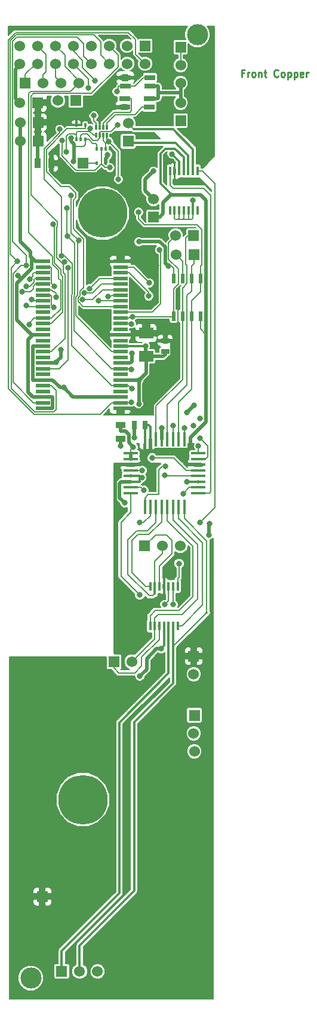
<source format=gtl>
G04 (created by PCBNEW (2013-mar-13)-testing) date Fri 03 May 2013 14:03:15 BST*
%MOIN*%
G04 Gerber Fmt 3.4, Leading zero omitted, Abs format*
%FSLAX34Y34*%
G01*
G70*
G90*
G04 APERTURE LIST*
%ADD10C,0.006*%
%ADD11C,0.00984252*%
%ADD12C,0.11811*%
%ADD13C,0.275591*%
%ADD14R,0.0590551X0.0314961*%
%ADD15R,0.0118X0.0256*%
%ADD16R,0.08X0.06*%
%ADD17R,0.035X0.055*%
%ADD18R,0.045X0.025*%
%ADD19R,0.025X0.045*%
%ADD20R,0.06X0.06*%
%ADD21C,0.06*%
%ADD22R,0.0787X0.0236*%
%ADD23R,0.0118X0.0512*%
%ADD24R,0.0787X0.0177*%
%ADD25R,0.0177X0.0787*%
%ADD26R,0.012X0.02*%
%ADD27R,0.055X0.035*%
%ADD28R,0.0236X0.0551*%
%ADD29C,0.0314961*%
%ADD30C,0.00590551*%
%ADD31C,0.019685*%
%ADD32C,0.011811*%
%ADD33C,0.00787402*%
G04 APERTURE END LIST*
G54D10*
G54D11*
X23205Y-25040D02*
X23074Y-25040D01*
X23074Y-25247D02*
X23074Y-24853D01*
X23261Y-24853D01*
X23411Y-25247D02*
X23411Y-24984D01*
X23411Y-25059D02*
X23430Y-25022D01*
X23449Y-25003D01*
X23486Y-24984D01*
X23524Y-24984D01*
X23711Y-25247D02*
X23674Y-25228D01*
X23655Y-25209D01*
X23636Y-25172D01*
X23636Y-25059D01*
X23655Y-25022D01*
X23674Y-25003D01*
X23711Y-24984D01*
X23767Y-24984D01*
X23805Y-25003D01*
X23824Y-25022D01*
X23842Y-25059D01*
X23842Y-25172D01*
X23824Y-25209D01*
X23805Y-25228D01*
X23767Y-25247D01*
X23711Y-25247D01*
X24011Y-24984D02*
X24011Y-25247D01*
X24011Y-25022D02*
X24030Y-25003D01*
X24067Y-24984D01*
X24124Y-24984D01*
X24161Y-25003D01*
X24180Y-25040D01*
X24180Y-25247D01*
X24311Y-24984D02*
X24461Y-24984D01*
X24367Y-24853D02*
X24367Y-25190D01*
X24386Y-25228D01*
X24423Y-25247D01*
X24461Y-25247D01*
X25117Y-25209D02*
X25098Y-25228D01*
X25042Y-25247D01*
X25005Y-25247D01*
X24948Y-25228D01*
X24911Y-25190D01*
X24892Y-25153D01*
X24873Y-25078D01*
X24873Y-25022D01*
X24892Y-24947D01*
X24911Y-24909D01*
X24948Y-24872D01*
X25005Y-24853D01*
X25042Y-24853D01*
X25098Y-24872D01*
X25117Y-24890D01*
X25342Y-25247D02*
X25305Y-25228D01*
X25286Y-25209D01*
X25267Y-25172D01*
X25267Y-25059D01*
X25286Y-25022D01*
X25305Y-25003D01*
X25342Y-24984D01*
X25398Y-24984D01*
X25436Y-25003D01*
X25455Y-25022D01*
X25473Y-25059D01*
X25473Y-25172D01*
X25455Y-25209D01*
X25436Y-25228D01*
X25398Y-25247D01*
X25342Y-25247D01*
X25642Y-24984D02*
X25642Y-25378D01*
X25642Y-25003D02*
X25680Y-24984D01*
X25755Y-24984D01*
X25792Y-25003D01*
X25811Y-25022D01*
X25830Y-25059D01*
X25830Y-25172D01*
X25811Y-25209D01*
X25792Y-25228D01*
X25755Y-25247D01*
X25680Y-25247D01*
X25642Y-25228D01*
X25998Y-24984D02*
X25998Y-25378D01*
X25998Y-25003D02*
X26036Y-24984D01*
X26111Y-24984D01*
X26148Y-25003D01*
X26167Y-25022D01*
X26186Y-25059D01*
X26186Y-25172D01*
X26167Y-25209D01*
X26148Y-25228D01*
X26111Y-25247D01*
X26036Y-25247D01*
X25998Y-25228D01*
X26504Y-25228D02*
X26467Y-25247D01*
X26392Y-25247D01*
X26354Y-25228D01*
X26336Y-25190D01*
X26336Y-25040D01*
X26354Y-25003D01*
X26392Y-24984D01*
X26467Y-24984D01*
X26504Y-25003D01*
X26523Y-25040D01*
X26523Y-25078D01*
X26336Y-25115D01*
X26692Y-25247D02*
X26692Y-24984D01*
X26692Y-25059D02*
X26711Y-25022D01*
X26729Y-25003D01*
X26767Y-24984D01*
X26804Y-24984D01*
G54D12*
X11299Y-75500D03*
G54D13*
X15305Y-32844D03*
X14206Y-65549D03*
G54D14*
X16574Y-25295D03*
X16574Y-25767D03*
X17952Y-25767D03*
X17952Y-25295D03*
G54D15*
X15535Y-28051D03*
X15338Y-28051D03*
X15141Y-28051D03*
X14944Y-28051D03*
X14944Y-28504D03*
X15141Y-28504D03*
X15338Y-28504D03*
X15535Y-28504D03*
G54D16*
X17736Y-39537D03*
X17736Y-40837D03*
G54D17*
X11695Y-30070D03*
X12445Y-30070D03*
G54D18*
X18809Y-39955D03*
X18809Y-40555D03*
G54D19*
X17674Y-44673D03*
X17074Y-44673D03*
G54D20*
X17673Y-23515D03*
G54D21*
X17673Y-24515D03*
X16673Y-23515D03*
X16673Y-24515D03*
X15673Y-23515D03*
X15673Y-24515D03*
X14673Y-23515D03*
X14673Y-24515D03*
X13673Y-23515D03*
X13673Y-24515D03*
X12673Y-23515D03*
X12673Y-24515D03*
X11673Y-23515D03*
X11673Y-24515D03*
X10673Y-23515D03*
X10673Y-24515D03*
G54D22*
X16302Y-43727D03*
X16302Y-43412D03*
X16302Y-43097D03*
X16302Y-42782D03*
X16302Y-42467D03*
X16302Y-42152D03*
X16302Y-41837D03*
X16302Y-41522D03*
X16302Y-41207D03*
X16302Y-40892D03*
X16302Y-40577D03*
X16302Y-40262D03*
X16302Y-39947D03*
X16302Y-39633D03*
X16302Y-39318D03*
X16302Y-39003D03*
X16302Y-38688D03*
X16302Y-38373D03*
X16302Y-38058D03*
X16302Y-37743D03*
X16302Y-37428D03*
X16302Y-37113D03*
X16302Y-36798D03*
X16302Y-36483D03*
X16302Y-36168D03*
X16302Y-35853D03*
X16302Y-35538D03*
X11971Y-35538D03*
X11971Y-35853D03*
X11971Y-36168D03*
X11971Y-36483D03*
X11971Y-36798D03*
X11971Y-37113D03*
X11971Y-37428D03*
X11971Y-37743D03*
X11971Y-38058D03*
X11971Y-38373D03*
X11971Y-38688D03*
X11971Y-39003D03*
X11971Y-39318D03*
X11971Y-39633D03*
X11971Y-39947D03*
X11971Y-40262D03*
X11971Y-40577D03*
X11971Y-40892D03*
X11971Y-41207D03*
X11971Y-41522D03*
X11971Y-41837D03*
X11971Y-42152D03*
X11971Y-42467D03*
X11971Y-42782D03*
X11971Y-43097D03*
X11971Y-43412D03*
X11971Y-43727D03*
G54D20*
X20393Y-57551D03*
G54D21*
X20393Y-58551D03*
G54D20*
X11690Y-26692D03*
G54D21*
X10690Y-26692D03*
G54D20*
X11700Y-27783D03*
G54D21*
X10700Y-27783D03*
G54D23*
X19496Y-53648D03*
X19246Y-53648D03*
X18986Y-53648D03*
X18736Y-53648D03*
X18476Y-53648D03*
X18221Y-53648D03*
X17966Y-53648D03*
X17966Y-55848D03*
X18221Y-55848D03*
X18476Y-55848D03*
X18736Y-55848D03*
X18991Y-55848D03*
X19246Y-55848D03*
X19501Y-55848D03*
X20602Y-30504D03*
X20352Y-30504D03*
X20092Y-30504D03*
X19842Y-30504D03*
X19582Y-30504D03*
X19327Y-30504D03*
X19072Y-30504D03*
X19072Y-32704D03*
X19327Y-32704D03*
X19582Y-32704D03*
X19842Y-32704D03*
X20097Y-32704D03*
X20352Y-32704D03*
X20607Y-32704D03*
G54D24*
X16879Y-48447D03*
X16879Y-48132D03*
X16879Y-47817D03*
X16879Y-47502D03*
X16879Y-47187D03*
X16879Y-46872D03*
X16879Y-46557D03*
X16879Y-46242D03*
X20645Y-46244D03*
X20645Y-48454D03*
X20645Y-48134D03*
X20645Y-47814D03*
X20645Y-47504D03*
X20645Y-47184D03*
X20645Y-46874D03*
X20645Y-46554D03*
G54D25*
X17663Y-45454D03*
X17977Y-45454D03*
X18293Y-45454D03*
X18607Y-45454D03*
X18923Y-45454D03*
X19237Y-45454D03*
X19553Y-45454D03*
X19867Y-45454D03*
X17665Y-49234D03*
X17975Y-49234D03*
X18295Y-49234D03*
X18605Y-49234D03*
X18915Y-49234D03*
X19235Y-49234D03*
X19555Y-49234D03*
X19875Y-49234D03*
G54D26*
X13836Y-28738D03*
X14336Y-28738D03*
X13836Y-27938D03*
X14086Y-28738D03*
X14336Y-27938D03*
X15482Y-29261D03*
X14982Y-29261D03*
X15482Y-30061D03*
X15232Y-29261D03*
X14982Y-30061D03*
G54D20*
X17647Y-51407D03*
G54D21*
X18647Y-51407D03*
X19647Y-51407D03*
G54D20*
X20429Y-60850D03*
G54D21*
X20393Y-61850D03*
X20429Y-62850D03*
G54D20*
X16732Y-28840D03*
G54D21*
X16732Y-27840D03*
G54D20*
X13025Y-75127D03*
G54D21*
X14025Y-75127D03*
X15025Y-75127D03*
G54D20*
X19665Y-27685D03*
G54D21*
X19665Y-26685D03*
G54D20*
X14224Y-30059D03*
X11700Y-28834D03*
G54D21*
X10700Y-28834D03*
G54D20*
X18145Y-33051D03*
G54D21*
X18145Y-32051D03*
G54D27*
X16303Y-45426D03*
X16303Y-44676D03*
G54D14*
X16531Y-26464D03*
X16531Y-26937D03*
X17909Y-26937D03*
X17909Y-26464D03*
G54D20*
X19665Y-23596D03*
G54D21*
X19665Y-24596D03*
X19665Y-25596D03*
G54D20*
X11940Y-70960D03*
X15944Y-57862D03*
G54D21*
X16944Y-57862D03*
G54D20*
X20397Y-35161D03*
G54D21*
X19397Y-35161D03*
G54D20*
X20389Y-34090D03*
G54D21*
X19389Y-34090D03*
G54D12*
X20600Y-22900D03*
G54D28*
X20769Y-38581D03*
X20769Y-36481D03*
X20269Y-38581D03*
X19769Y-38581D03*
X19269Y-38581D03*
X20269Y-36481D03*
X19769Y-36481D03*
X19269Y-36481D03*
G54D20*
X10988Y-25578D03*
G54D21*
X11988Y-25578D03*
X12988Y-25578D03*
X13988Y-25578D03*
G54D20*
X13807Y-26574D03*
G54D21*
X12807Y-26574D03*
G54D29*
X19177Y-29547D03*
X18149Y-30500D03*
X15592Y-29580D03*
X13134Y-42571D03*
X16937Y-40677D03*
X14278Y-37292D03*
X14573Y-37058D03*
X14181Y-37666D03*
X11355Y-37659D03*
X11061Y-37989D03*
X17884Y-37470D03*
X17916Y-36739D03*
X12616Y-36919D03*
X11240Y-36519D03*
X11055Y-36926D03*
X10816Y-37217D03*
X12712Y-37537D03*
X12587Y-38107D03*
X19867Y-44843D03*
X16920Y-43389D03*
X12915Y-28171D03*
X20370Y-44700D03*
X20649Y-45842D03*
X13001Y-35218D03*
X16937Y-42635D03*
X13303Y-32561D03*
X20740Y-45389D03*
X20748Y-44303D03*
X16915Y-41550D03*
X13353Y-34117D03*
X14891Y-25462D03*
X13286Y-29416D03*
X17320Y-32797D03*
X14619Y-28112D03*
X13040Y-28786D03*
X15711Y-30308D03*
X16975Y-38614D03*
X18483Y-34891D03*
X11196Y-39046D03*
X19249Y-44699D03*
X15078Y-37728D03*
X15608Y-37493D03*
X16108Y-26071D03*
X14812Y-27409D03*
X18814Y-46960D03*
X17374Y-50106D03*
X20740Y-50106D03*
X12542Y-33451D03*
X13553Y-31846D03*
X13975Y-34372D03*
X13183Y-35573D03*
X13379Y-35907D03*
X10556Y-35528D03*
X11033Y-35777D03*
X16148Y-27917D03*
X19807Y-48484D03*
X18779Y-54665D03*
X19248Y-54673D03*
X19575Y-52384D03*
X17376Y-54132D03*
X17618Y-48295D03*
X19578Y-31129D03*
X18917Y-29870D03*
X18220Y-29870D03*
X18767Y-39565D03*
X18311Y-35754D03*
X14527Y-25875D03*
X15648Y-28849D03*
X16182Y-30969D03*
X16917Y-39014D03*
X21259Y-50791D03*
X21263Y-50153D03*
X18570Y-57141D03*
X17389Y-58661D03*
X16543Y-49007D03*
X17496Y-47598D03*
X20332Y-32140D03*
X20027Y-47814D03*
X17078Y-45363D03*
X16303Y-45820D03*
X17330Y-34440D03*
X18972Y-35787D03*
X18070Y-46486D03*
X20003Y-43952D03*
X20409Y-43562D03*
X12720Y-41145D03*
X17334Y-42152D03*
X10586Y-36342D03*
X12982Y-40456D03*
X17704Y-40259D03*
X17017Y-45895D03*
X13532Y-28673D03*
X18608Y-44843D03*
X17334Y-43502D03*
X13689Y-29951D03*
X17527Y-47192D03*
X18779Y-47470D03*
X18543Y-58185D03*
X18539Y-57708D03*
X16496Y-49460D03*
X19228Y-52956D03*
X18799Y-52874D03*
G54D30*
X15141Y-27070D02*
X15007Y-26937D01*
X15141Y-28051D02*
X15141Y-27070D01*
X13836Y-27368D02*
X13724Y-27255D01*
X13836Y-27938D02*
X13836Y-27368D01*
G54D31*
X11695Y-28839D02*
X11700Y-28834D01*
X11695Y-30070D02*
X11695Y-28839D01*
X12767Y-27783D02*
X11700Y-27783D01*
X13295Y-27255D02*
X12767Y-27783D01*
X13724Y-27255D02*
X13295Y-27255D01*
X11700Y-27783D02*
X11700Y-28834D01*
X11690Y-27773D02*
X11700Y-27783D01*
X11690Y-26692D02*
X11690Y-27773D01*
G54D32*
X19582Y-29952D02*
X19582Y-30504D01*
X19177Y-29547D02*
X19582Y-29952D01*
G54D31*
X17687Y-30962D02*
X18149Y-30500D01*
X17687Y-31592D02*
X17687Y-30962D01*
X18145Y-32051D02*
X17687Y-31592D01*
X14511Y-27255D02*
X13724Y-27255D01*
X14830Y-26937D02*
X14511Y-27255D01*
X15007Y-26937D02*
X14830Y-26937D01*
X16531Y-26937D02*
X15607Y-26937D01*
X15607Y-26937D02*
X15007Y-26937D01*
X16574Y-25295D02*
X16121Y-25295D01*
X15607Y-25809D02*
X15607Y-26937D01*
X16121Y-25295D02*
X15607Y-25809D01*
X15482Y-30061D02*
X15482Y-29803D01*
X11971Y-42152D02*
X12522Y-42152D01*
X12941Y-42571D02*
X12522Y-42152D01*
X13134Y-42571D02*
X12941Y-42571D01*
X13661Y-43097D02*
X13134Y-42571D01*
X16302Y-43097D02*
X13661Y-43097D01*
X16302Y-41207D02*
X16853Y-41207D01*
X16937Y-41124D02*
X16853Y-41207D01*
X16937Y-40677D02*
X16937Y-41124D01*
X11420Y-40262D02*
X11420Y-42152D01*
X11971Y-40262D02*
X11420Y-40262D01*
X11971Y-42152D02*
X11420Y-42152D01*
X15592Y-29693D02*
X15592Y-29580D01*
X15482Y-29803D02*
X15592Y-29693D01*
G54D30*
X16302Y-36798D02*
X15236Y-36798D01*
X15236Y-36798D02*
X14730Y-37305D01*
X14730Y-37305D02*
X14290Y-37305D01*
X14290Y-37305D02*
X14278Y-37292D01*
X15149Y-36483D02*
X14573Y-37058D01*
X16302Y-36483D02*
X15149Y-36483D01*
X16302Y-37113D02*
X15820Y-37113D01*
X14758Y-37666D02*
X14181Y-37666D01*
X15311Y-37113D02*
X14758Y-37666D01*
X15820Y-37113D02*
X15311Y-37113D01*
X11971Y-37743D02*
X11489Y-37743D01*
X11439Y-37743D02*
X11355Y-37659D01*
X11489Y-37743D02*
X11439Y-37743D01*
X11130Y-38058D02*
X11061Y-37989D01*
X11971Y-38058D02*
X11130Y-38058D01*
X17884Y-37268D02*
X16785Y-36168D01*
X17884Y-37470D02*
X17884Y-37268D01*
X16302Y-36168D02*
X16785Y-36168D01*
X17030Y-35853D02*
X17916Y-36739D01*
X16302Y-35853D02*
X17030Y-35853D01*
X11971Y-35853D02*
X12454Y-35853D01*
X12454Y-36756D02*
X12616Y-36919D01*
X12454Y-35853D02*
X12454Y-36756D01*
X11240Y-36519D02*
X11263Y-36519D01*
X11484Y-36168D02*
X11971Y-36168D01*
X11409Y-36244D02*
X11484Y-36168D01*
X11409Y-36374D02*
X11409Y-36244D01*
X11263Y-36519D02*
X11409Y-36374D01*
X11055Y-36926D02*
X11246Y-36926D01*
X11547Y-36483D02*
X11971Y-36483D01*
X11488Y-36543D02*
X11547Y-36483D01*
X11488Y-36685D02*
X11488Y-36543D01*
X11246Y-36926D02*
X11488Y-36685D01*
X11270Y-37217D02*
X11429Y-37059D01*
X11429Y-37059D02*
X11429Y-36913D01*
X11429Y-36913D02*
X11543Y-36798D01*
X11971Y-36798D02*
X11543Y-36798D01*
X10816Y-37217D02*
X11270Y-37217D01*
X12712Y-37537D02*
X12712Y-37331D01*
X12454Y-37113D02*
X11971Y-37113D01*
X12560Y-37220D02*
X12454Y-37113D01*
X12602Y-37220D02*
X12560Y-37220D01*
X12712Y-37331D02*
X12602Y-37220D01*
X11971Y-37428D02*
X12454Y-37428D01*
X12454Y-37973D02*
X12587Y-38107D01*
X12454Y-37428D02*
X12454Y-37973D01*
X10030Y-23580D02*
X10030Y-23178D01*
X16302Y-43412D02*
X16785Y-43412D01*
X16302Y-43412D02*
X15820Y-43412D01*
X16785Y-43412D02*
X16808Y-43389D01*
X16808Y-43389D02*
X16920Y-43389D01*
X15820Y-43412D02*
X15179Y-44053D01*
X15179Y-44053D02*
X11464Y-44053D01*
X11464Y-44053D02*
X10030Y-42620D01*
X10030Y-42620D02*
X10030Y-23580D01*
X19867Y-45454D02*
X19867Y-44843D01*
X17149Y-23177D02*
X17149Y-23992D01*
X17149Y-23992D02*
X17673Y-24515D01*
X16751Y-22779D02*
X17149Y-23177D01*
X10429Y-22779D02*
X16751Y-22779D01*
X10030Y-23178D02*
X10429Y-22779D01*
X13001Y-35218D02*
X13001Y-31932D01*
X13001Y-31932D02*
X12032Y-30963D01*
X12032Y-30963D02*
X12032Y-29250D01*
X12032Y-29250D02*
X12915Y-28367D01*
X12915Y-28367D02*
X12915Y-28171D01*
X20645Y-45846D02*
X20649Y-45842D01*
X20645Y-46244D02*
X20645Y-45846D01*
X20645Y-46244D02*
X20645Y-46244D01*
X16302Y-42467D02*
X15820Y-42467D01*
X16785Y-42482D02*
X16785Y-42467D01*
X16937Y-42635D02*
X16785Y-42482D01*
X16302Y-42467D02*
X16785Y-42467D01*
X13580Y-40228D02*
X15820Y-42467D01*
X13580Y-37417D02*
X13580Y-40228D01*
X13625Y-37372D02*
X13580Y-37417D01*
X13625Y-35654D02*
X13625Y-37372D01*
X13189Y-35218D02*
X13625Y-35654D01*
X13001Y-35218D02*
X13189Y-35218D01*
X13303Y-34067D02*
X13303Y-32561D01*
X13303Y-34067D02*
X13353Y-34117D01*
X13353Y-34117D02*
X13760Y-34524D01*
X13760Y-34524D02*
X13760Y-37405D01*
X13760Y-37405D02*
X13698Y-37466D01*
X13698Y-37466D02*
X13698Y-39401D01*
X13698Y-39401D02*
X15820Y-41522D01*
X16302Y-41522D02*
X15820Y-41522D01*
X16543Y-41522D02*
X16302Y-41522D01*
X16543Y-41522D02*
X16785Y-41522D01*
X16915Y-41550D02*
X16812Y-41550D01*
X16812Y-41550D02*
X16785Y-41522D01*
X21171Y-45820D02*
X20740Y-45389D01*
X21171Y-46444D02*
X21171Y-45820D01*
X21061Y-46554D02*
X21171Y-46444D01*
X20645Y-46554D02*
X21061Y-46554D01*
X20748Y-44303D02*
X20740Y-44295D01*
X13673Y-23515D02*
X13673Y-23801D01*
X14891Y-25442D02*
X14891Y-25462D01*
X14192Y-24744D02*
X14891Y-25442D01*
X14192Y-24320D02*
X14192Y-24744D01*
X13673Y-23801D02*
X14192Y-24320D01*
X20269Y-38581D02*
X20269Y-37714D01*
X20769Y-37214D02*
X20269Y-37714D01*
X20769Y-37214D02*
X20769Y-36481D01*
X19553Y-43383D02*
X20269Y-42667D01*
X20269Y-42667D02*
X20269Y-38781D01*
X19553Y-43383D02*
X19553Y-45454D01*
X20769Y-36481D02*
X20769Y-35789D01*
X17320Y-33174D02*
X17649Y-33503D01*
X17649Y-33503D02*
X20578Y-33503D01*
X20578Y-33503D02*
X20838Y-33763D01*
X20838Y-33763D02*
X20838Y-35720D01*
X20838Y-35720D02*
X20769Y-35789D01*
X13286Y-28553D02*
X13286Y-29416D01*
X13413Y-28426D02*
X13286Y-28553D01*
X13752Y-28426D02*
X13413Y-28426D01*
X13752Y-28426D02*
X13836Y-28510D01*
X17320Y-32797D02*
X17320Y-33174D01*
X13836Y-28738D02*
X13836Y-28510D01*
X13925Y-28279D02*
X14520Y-28279D01*
X13836Y-28368D02*
X13925Y-28279D01*
X13836Y-28510D02*
X13836Y-28368D01*
X14807Y-28504D02*
X14944Y-28504D01*
X14582Y-28279D02*
X14807Y-28504D01*
X14520Y-28279D02*
X14582Y-28279D01*
X14520Y-28210D02*
X14619Y-28112D01*
X14520Y-28279D02*
X14520Y-28210D01*
X12673Y-24515D02*
X12673Y-25263D01*
X12673Y-25263D02*
X12988Y-25578D01*
X18618Y-38614D02*
X19236Y-38614D01*
X16975Y-38614D02*
X18163Y-38614D01*
X18163Y-38614D02*
X18618Y-38614D01*
X19236Y-38614D02*
X19269Y-38581D01*
X19531Y-36783D02*
X19531Y-35960D01*
X19269Y-37045D02*
X19531Y-36783D01*
X19269Y-38781D02*
X19269Y-37045D01*
X18986Y-34494D02*
X19389Y-34090D01*
X18986Y-35415D02*
X18986Y-34494D01*
X19531Y-35960D02*
X18986Y-35415D01*
X13040Y-29660D02*
X13040Y-28786D01*
X13827Y-30447D02*
X13040Y-29660D01*
X14881Y-30447D02*
X13827Y-30447D01*
X14881Y-30447D02*
X15232Y-30096D01*
X15232Y-30096D02*
X15443Y-30308D01*
X15443Y-30308D02*
X15711Y-30308D01*
X16859Y-38614D02*
X16785Y-38688D01*
X16975Y-38614D02*
X16859Y-38614D01*
X16302Y-38688D02*
X16785Y-38688D01*
X15232Y-29261D02*
X15232Y-30096D01*
X19769Y-38581D02*
X19769Y-37399D01*
X19929Y-34236D02*
X20074Y-34090D01*
X20074Y-34090D02*
X20389Y-34090D01*
X19769Y-37013D02*
X20019Y-36763D01*
X20019Y-36763D02*
X20019Y-35771D01*
X20019Y-35771D02*
X19929Y-35681D01*
X19929Y-35681D02*
X19929Y-34846D01*
X19769Y-37399D02*
X19769Y-37013D01*
X19929Y-34846D02*
X19929Y-34236D01*
X18293Y-45454D02*
X18293Y-43607D01*
X19769Y-42131D02*
X19769Y-38781D01*
X18293Y-43607D02*
X19769Y-42131D01*
X11673Y-24515D02*
X11582Y-24515D01*
X10988Y-25110D02*
X10988Y-25578D01*
X11582Y-24515D02*
X10988Y-25110D01*
X19769Y-36481D02*
X19769Y-35572D01*
X19769Y-35533D02*
X19397Y-35161D01*
X19769Y-35572D02*
X19769Y-35533D01*
X16302Y-38373D02*
X16785Y-38373D01*
X18557Y-34966D02*
X18483Y-34891D01*
X18557Y-37895D02*
X18557Y-36309D01*
X18557Y-36309D02*
X18557Y-34966D01*
X18084Y-38368D02*
X18557Y-37895D01*
X16790Y-38368D02*
X16785Y-38373D01*
X18084Y-38368D02*
X16790Y-38368D01*
X20269Y-36481D02*
X20269Y-37194D01*
X18923Y-43537D02*
X20019Y-42440D01*
X20019Y-42440D02*
X20019Y-37444D01*
X20019Y-37444D02*
X20269Y-37194D01*
X18923Y-43537D02*
X18923Y-45454D01*
X20271Y-35803D02*
X20271Y-36479D01*
X20271Y-36479D02*
X20269Y-36481D01*
X20397Y-35161D02*
X20397Y-35677D01*
X20397Y-35677D02*
X20271Y-35803D01*
X20271Y-35803D02*
X20269Y-35805D01*
X11182Y-26186D02*
X11182Y-26167D01*
X11182Y-26186D02*
X11182Y-33930D01*
X11182Y-33930D02*
X12499Y-35248D01*
X12499Y-35248D02*
X12499Y-35681D01*
X12499Y-35681D02*
X12854Y-36035D01*
X12854Y-36035D02*
X12854Y-36478D01*
X12854Y-36478D02*
X12963Y-36587D01*
X12963Y-36587D02*
X12963Y-38179D01*
X12963Y-38179D02*
X12454Y-38688D01*
X11489Y-38688D02*
X11196Y-38982D01*
X11196Y-38982D02*
X11196Y-39046D01*
X19237Y-45454D02*
X19237Y-44972D01*
X11971Y-38688D02*
X11489Y-38688D01*
X19237Y-44972D02*
X19249Y-44960D01*
X19249Y-44960D02*
X19249Y-44699D01*
X11971Y-38688D02*
X12454Y-38688D01*
X13519Y-26047D02*
X13988Y-25578D01*
X11303Y-26047D02*
X13519Y-26047D01*
X11182Y-26167D02*
X11303Y-26047D01*
X13988Y-25578D02*
X13988Y-25456D01*
X13196Y-24039D02*
X12673Y-23515D01*
X13196Y-24665D02*
X13196Y-24039D01*
X13988Y-25456D02*
X13196Y-24665D01*
X12157Y-24007D02*
X12157Y-24952D01*
X11673Y-23523D02*
X12157Y-24007D01*
X11673Y-23515D02*
X11673Y-23523D01*
X11988Y-25122D02*
X11988Y-25578D01*
X12157Y-24952D02*
X11988Y-25122D01*
X16302Y-37743D02*
X15820Y-37743D01*
X15094Y-37743D02*
X15820Y-37743D01*
X15078Y-37728D02*
X15094Y-37743D01*
X15756Y-37493D02*
X15820Y-37428D01*
X15608Y-37493D02*
X15756Y-37493D01*
X16302Y-37428D02*
X15820Y-37428D01*
X17114Y-25767D02*
X16574Y-25767D01*
X17586Y-25295D02*
X17114Y-25767D01*
X17952Y-25295D02*
X17586Y-25295D01*
X14944Y-28051D02*
X14944Y-27834D01*
X14812Y-27702D02*
X14812Y-27409D01*
X14944Y-27834D02*
X14812Y-27702D01*
X16190Y-25989D02*
X16108Y-26071D01*
X16190Y-25767D02*
X16190Y-25989D01*
X16574Y-25767D02*
X16190Y-25767D01*
G54D32*
X18991Y-58504D02*
X18991Y-55848D01*
X16244Y-61251D02*
X18991Y-58504D01*
X16244Y-70771D02*
X16244Y-61251D01*
X13025Y-73990D02*
X16244Y-70771D01*
X13025Y-75127D02*
X13025Y-73990D01*
G54D33*
X19246Y-57000D02*
X21125Y-55122D01*
G54D32*
X21125Y-55122D02*
X21125Y-55122D01*
X19246Y-57019D02*
X19246Y-57000D01*
X19246Y-57000D02*
X19246Y-55848D01*
G54D33*
X19875Y-49864D02*
X19875Y-49234D01*
X21125Y-51114D02*
X19875Y-49864D01*
X21125Y-55122D02*
X21125Y-51114D01*
X19875Y-49234D02*
X19875Y-49234D01*
G54D32*
X19246Y-59064D02*
X19246Y-57019D01*
X17066Y-61244D02*
X19246Y-59064D01*
X17066Y-70637D02*
X17066Y-61244D01*
X14025Y-73679D02*
X17066Y-70637D01*
X14025Y-75127D02*
X14025Y-73679D01*
X19246Y-57019D02*
X19246Y-57000D01*
G54D33*
X19577Y-49900D02*
X19577Y-49900D01*
X19555Y-49878D02*
X19577Y-49900D01*
X19600Y-49922D02*
X19577Y-49900D01*
X20889Y-51212D02*
X19600Y-49922D01*
X20889Y-54708D02*
X20889Y-51212D01*
X19750Y-55848D02*
X20889Y-54708D01*
X19501Y-55848D02*
X19750Y-55848D01*
X19577Y-49900D02*
X19555Y-49878D01*
X19555Y-49234D02*
X19555Y-49234D01*
X19555Y-49234D02*
X19555Y-49878D01*
X15944Y-57862D02*
X15944Y-58208D01*
X18476Y-56613D02*
X18476Y-55848D01*
X18476Y-56613D02*
X17480Y-57609D01*
X17480Y-57609D02*
X17480Y-58110D01*
X17480Y-58110D02*
X17106Y-58484D01*
X17106Y-58484D02*
X16220Y-58484D01*
X15944Y-58208D02*
X16220Y-58484D01*
X15946Y-57864D02*
X15946Y-58112D01*
G54D32*
X18457Y-55848D02*
X18476Y-55848D01*
G54D33*
X15946Y-58112D02*
X15946Y-57864D01*
G54D30*
X18221Y-56589D02*
X18217Y-56589D01*
G54D33*
X18221Y-55848D02*
X18221Y-56589D01*
X18217Y-56589D02*
X16944Y-57862D01*
X19235Y-49967D02*
X19235Y-49234D01*
X20598Y-51330D02*
X19235Y-49967D01*
X20598Y-54350D02*
X20598Y-51330D01*
X19732Y-55216D02*
X20598Y-54350D01*
X18425Y-55216D02*
X19732Y-55216D01*
X18221Y-55420D02*
X18425Y-55216D01*
X18221Y-55848D02*
X18221Y-55420D01*
X19235Y-49234D02*
X19235Y-49234D01*
X16946Y-57864D02*
X16958Y-57864D01*
X18915Y-49981D02*
X18915Y-49234D01*
X20350Y-51416D02*
X18915Y-49981D01*
X20350Y-54240D02*
X20350Y-51416D01*
X19586Y-55003D02*
X20350Y-54240D01*
X18244Y-55003D02*
X19586Y-55003D01*
X17966Y-55281D02*
X18244Y-55003D01*
X17966Y-55848D02*
X17966Y-55281D01*
X18915Y-49234D02*
X18915Y-49234D01*
X18267Y-50787D02*
X17647Y-51407D01*
X18877Y-50787D02*
X18267Y-50787D01*
X19173Y-51082D02*
X18877Y-50787D01*
X19173Y-51830D02*
X19173Y-51082D01*
X18476Y-52527D02*
X19173Y-51830D01*
X18476Y-53648D02*
X18476Y-52527D01*
G54D32*
X18221Y-53648D02*
X18221Y-54072D01*
G54D33*
X18221Y-52270D02*
X18221Y-53648D01*
X18647Y-51844D02*
X18221Y-52270D01*
X18647Y-51407D02*
X18647Y-51844D01*
X18295Y-50087D02*
X18295Y-49234D01*
X17812Y-50570D02*
X18295Y-50087D01*
X17201Y-50570D02*
X17812Y-50570D01*
X16712Y-51060D02*
X17201Y-50570D01*
X16712Y-52987D02*
X16712Y-51060D01*
X17898Y-54173D02*
X16712Y-52987D01*
X18120Y-54173D02*
X17898Y-54173D01*
X18221Y-54072D02*
X18120Y-54173D01*
X18295Y-49234D02*
X18295Y-49234D01*
X16948Y-51401D02*
X16948Y-51417D01*
X16948Y-52889D02*
X16948Y-51417D01*
X17707Y-53648D02*
X16948Y-52889D01*
X17966Y-53648D02*
X17707Y-53648D01*
X16948Y-51417D02*
X16948Y-51401D01*
X18605Y-50055D02*
X18605Y-49234D01*
X17893Y-50767D02*
X18605Y-50055D01*
X17283Y-50767D02*
X17893Y-50767D01*
X16948Y-51102D02*
X17283Y-50767D01*
X16948Y-51401D02*
X16948Y-51102D01*
X18605Y-49234D02*
X18605Y-49234D01*
G54D32*
X19370Y-28917D02*
X16809Y-28917D01*
X20092Y-29639D02*
X19370Y-28917D01*
X20092Y-30504D02*
X20092Y-29639D01*
G54D33*
X16809Y-28917D02*
X16732Y-28840D01*
G54D30*
X18454Y-48543D02*
X18456Y-48543D01*
G54D33*
X18661Y-46960D02*
X18814Y-46960D01*
X18456Y-47165D02*
X18661Y-46960D01*
X18456Y-48543D02*
X18456Y-47165D01*
X17051Y-28159D02*
X16732Y-27840D01*
G54D32*
X19232Y-28159D02*
X17051Y-28159D01*
X20352Y-29279D02*
X19232Y-28159D01*
X20352Y-30504D02*
X20352Y-29279D01*
G54D33*
X17665Y-48712D02*
X17665Y-49234D01*
X17834Y-48543D02*
X17665Y-48712D01*
X18454Y-48543D02*
X17834Y-48543D01*
G54D30*
X17665Y-49234D02*
X17665Y-49234D01*
G54D33*
X17582Y-50106D02*
X17374Y-50106D01*
X17975Y-49713D02*
X17582Y-50106D01*
X17975Y-49234D02*
X17975Y-49713D01*
X20894Y-30504D02*
X20602Y-30504D01*
X21574Y-31185D02*
X20894Y-30504D01*
X21574Y-49259D02*
X21574Y-31185D01*
X20740Y-50094D02*
X21574Y-49259D01*
X20740Y-50106D02*
X20740Y-50094D01*
X17975Y-49234D02*
X17975Y-49234D01*
G54D30*
X14979Y-30059D02*
X14982Y-30061D01*
X14224Y-30059D02*
X14979Y-30059D01*
X11971Y-39003D02*
X12454Y-39003D01*
X13091Y-38366D02*
X12454Y-39003D01*
X13091Y-36380D02*
X13091Y-38366D01*
X12972Y-36262D02*
X13091Y-36380D01*
X12972Y-35986D02*
X12972Y-36262D01*
X12618Y-35632D02*
X12972Y-35986D01*
X12618Y-33526D02*
X12618Y-35632D01*
X12542Y-33451D02*
X12618Y-33526D01*
X13553Y-33950D02*
X13975Y-34372D01*
X13553Y-33950D02*
X13553Y-31846D01*
X16302Y-40577D02*
X15820Y-40577D01*
X13817Y-38574D02*
X15820Y-40577D01*
X13817Y-37515D02*
X13817Y-38574D01*
X13913Y-37418D02*
X13817Y-37515D01*
X13913Y-34433D02*
X13913Y-37418D01*
X13975Y-34372D02*
X13913Y-34433D01*
X11971Y-40577D02*
X12454Y-40577D01*
X13209Y-39822D02*
X12454Y-40577D01*
X13209Y-36272D02*
X13209Y-39822D01*
X13105Y-36168D02*
X13209Y-36272D01*
X13105Y-35651D02*
X13105Y-36168D01*
X13076Y-35651D02*
X13105Y-35651D01*
X12745Y-35319D02*
X13076Y-35651D01*
X12745Y-33631D02*
X12745Y-35319D01*
X12788Y-33587D02*
X12745Y-33631D01*
X12788Y-33314D02*
X12788Y-33587D01*
X11300Y-31826D02*
X12788Y-33314D01*
X11300Y-26326D02*
X11300Y-31826D01*
X11451Y-26176D02*
X11300Y-26326D01*
X14683Y-26176D02*
X11451Y-26176D01*
X16173Y-24686D02*
X14683Y-26176D01*
X16173Y-24016D02*
X16173Y-24686D01*
X15673Y-23515D02*
X16173Y-24016D01*
X13105Y-35651D02*
X13183Y-35573D01*
X11971Y-41522D02*
X12870Y-41522D01*
X13379Y-41014D02*
X13379Y-35907D01*
X12870Y-41522D02*
X13379Y-41014D01*
X10148Y-24283D02*
X10148Y-23227D01*
X15196Y-24039D02*
X15673Y-24515D01*
X15196Y-23287D02*
X15196Y-24039D01*
X14807Y-22897D02*
X15196Y-23287D01*
X10478Y-22897D02*
X14807Y-22897D01*
X10148Y-23227D02*
X10478Y-22897D01*
X11971Y-42467D02*
X12454Y-42467D01*
X10148Y-35121D02*
X10148Y-24283D01*
X10148Y-24283D02*
X10148Y-24277D01*
X10556Y-35528D02*
X10148Y-35121D01*
X12719Y-42733D02*
X12454Y-42467D01*
X12719Y-43800D02*
X12719Y-42733D01*
X12583Y-43935D02*
X12719Y-43800D01*
X11513Y-43935D02*
X12583Y-43935D01*
X10196Y-42618D02*
X11513Y-43935D01*
X10196Y-35888D02*
X10196Y-42618D01*
X10556Y-35528D02*
X10196Y-35888D01*
X10314Y-36496D02*
X10314Y-36220D01*
X10314Y-36496D02*
X10314Y-42267D01*
X10314Y-42267D02*
X11459Y-43412D01*
X11971Y-43412D02*
X11459Y-43412D01*
X10758Y-35777D02*
X11033Y-35777D01*
X10314Y-36220D02*
X10758Y-35777D01*
X10271Y-24342D02*
X10271Y-23272D01*
X11033Y-35777D02*
X11033Y-35178D01*
X11033Y-35178D02*
X10271Y-34415D01*
X10271Y-34415D02*
X10271Y-24342D01*
X14251Y-24094D02*
X14673Y-24515D01*
X14251Y-23385D02*
X14251Y-24094D01*
X13889Y-23023D02*
X14251Y-23385D01*
X10519Y-23023D02*
X13889Y-23023D01*
X10271Y-23272D02*
X10519Y-23023D01*
X13774Y-33815D02*
X13774Y-33814D01*
X14336Y-28127D02*
X13323Y-28127D01*
X13323Y-28127D02*
X12163Y-29286D01*
X12163Y-29286D02*
X12163Y-30539D01*
X12163Y-30539D02*
X12986Y-31362D01*
X14336Y-28127D02*
X14336Y-27938D01*
X13456Y-31362D02*
X12986Y-31362D01*
X13826Y-31732D02*
X13456Y-31362D01*
X13826Y-31968D02*
X13826Y-31732D01*
X13671Y-32123D02*
X13826Y-31968D01*
X13671Y-33711D02*
X13671Y-32123D01*
X13774Y-33814D02*
X13671Y-33711D01*
X16302Y-38058D02*
X15820Y-38058D01*
X14225Y-38058D02*
X15820Y-38058D01*
X13935Y-37768D02*
X14225Y-38058D01*
X13935Y-37564D02*
X13935Y-37768D01*
X14032Y-37467D02*
X13935Y-37564D01*
X14032Y-37190D02*
X14032Y-37467D01*
X14239Y-36983D02*
X14032Y-37190D01*
X14239Y-34280D02*
X14239Y-36983D01*
X13773Y-33814D02*
X13774Y-33815D01*
X13774Y-33815D02*
X14239Y-34280D01*
X15141Y-28504D02*
X15141Y-28331D01*
X15185Y-28287D02*
X15779Y-28287D01*
X15141Y-28331D02*
X15185Y-28287D01*
X15141Y-28669D02*
X15141Y-28504D01*
X15015Y-28795D02*
X15141Y-28669D01*
X14783Y-28795D02*
X15015Y-28795D01*
X14433Y-28444D02*
X14783Y-28795D01*
X14185Y-28444D02*
X14433Y-28444D01*
X14086Y-28543D02*
X14185Y-28444D01*
X14086Y-28738D02*
X14086Y-28543D01*
X16148Y-27917D02*
X15779Y-28287D01*
X15779Y-28287D02*
X15778Y-28287D01*
G54D33*
X21266Y-48454D02*
X20645Y-48454D01*
X21358Y-48362D02*
X21266Y-48454D01*
X21358Y-31858D02*
X21358Y-48362D01*
X20948Y-31448D02*
X21358Y-31858D01*
X19235Y-31448D02*
X20948Y-31448D01*
X19072Y-31285D02*
X19235Y-31448D01*
X19072Y-30504D02*
X19072Y-31285D01*
X20645Y-48134D02*
X20157Y-48134D01*
X20157Y-48134D02*
X19807Y-48484D01*
G54D30*
X20645Y-48134D02*
X20645Y-48134D01*
G54D33*
X20645Y-48134D02*
X20645Y-48134D01*
X20645Y-48134D02*
X20645Y-48134D01*
G54D30*
X20645Y-48134D02*
X20645Y-48134D01*
X20645Y-48134D02*
X20645Y-48134D01*
X20645Y-48134D02*
X20645Y-48134D01*
X18779Y-54665D02*
X18986Y-54458D01*
X18986Y-54458D02*
X18986Y-53648D01*
X19246Y-53648D02*
X19246Y-54671D01*
X19248Y-54673D02*
X19246Y-54671D01*
X19575Y-53165D02*
X19575Y-52384D01*
X19496Y-53244D02*
X19575Y-53165D01*
X19496Y-53648D02*
X19496Y-53244D01*
G54D33*
X16879Y-49537D02*
X16879Y-48447D01*
X16338Y-50079D02*
X16879Y-49537D01*
X16338Y-53094D02*
X16338Y-50079D01*
X17376Y-54132D02*
X16338Y-53094D01*
X16879Y-48447D02*
X16879Y-48447D01*
G54D30*
X17618Y-48295D02*
X17455Y-48132D01*
X16879Y-48132D02*
X17455Y-48132D01*
G54D33*
X16879Y-48132D02*
X16879Y-48132D01*
G54D30*
X16879Y-48132D02*
X16879Y-48132D01*
X16879Y-48132D02*
X16879Y-48132D01*
X16879Y-48132D02*
X16879Y-48132D01*
X16879Y-48132D02*
X16879Y-48132D01*
G54D31*
X16988Y-32676D02*
X16988Y-32228D01*
G54D30*
X16988Y-35457D02*
X16988Y-32676D01*
G54D31*
X16988Y-32228D02*
X16418Y-31658D01*
X19191Y-40205D02*
X19191Y-40022D01*
X16302Y-43727D02*
X16853Y-43727D01*
X19191Y-40205D02*
X19191Y-42090D01*
X19191Y-42090D02*
X17449Y-43833D01*
X17449Y-43833D02*
X16959Y-43833D01*
X16959Y-43833D02*
X16853Y-43727D01*
X19125Y-39955D02*
X18809Y-39955D01*
X19191Y-40022D02*
X19125Y-39955D01*
G54D33*
X19327Y-30504D02*
X19327Y-30925D01*
X19327Y-30925D02*
X19531Y-31129D01*
X19531Y-31129D02*
X19578Y-31129D01*
G54D31*
X18220Y-29870D02*
X18206Y-29870D01*
X18206Y-29870D02*
X16418Y-31658D01*
G54D30*
X18917Y-29870D02*
X19157Y-29870D01*
X19157Y-29870D02*
X19327Y-30040D01*
X19327Y-30040D02*
X19327Y-30504D01*
G54D31*
X17736Y-39537D02*
X18661Y-39537D01*
X17067Y-39537D02*
X17736Y-39537D01*
X16970Y-39633D02*
X17067Y-39537D01*
X16302Y-39633D02*
X16970Y-39633D01*
X12445Y-30536D02*
X12445Y-30070D01*
X16418Y-31658D02*
X15586Y-30826D01*
X15586Y-30826D02*
X12736Y-30826D01*
X12736Y-30826D02*
X12445Y-30536D01*
X16302Y-35538D02*
X16853Y-35538D01*
G54D32*
X18809Y-39823D02*
X18809Y-39955D01*
X18661Y-39537D02*
X18698Y-39574D01*
X18809Y-39685D02*
X18809Y-39823D01*
X18698Y-39574D02*
X18809Y-39685D01*
G54D31*
X18014Y-35457D02*
X16988Y-35457D01*
X18311Y-35754D02*
X18014Y-35457D01*
X16935Y-35457D02*
X16853Y-35538D01*
X16988Y-35457D02*
X16935Y-35457D01*
X18706Y-39565D02*
X18767Y-39565D01*
X18698Y-39574D02*
X18706Y-39565D01*
X10673Y-24515D02*
X10673Y-24610D01*
X10458Y-26460D02*
X10690Y-26692D01*
X10458Y-24825D02*
X10458Y-26460D01*
X10673Y-24610D02*
X10458Y-24825D01*
G54D32*
X10673Y-26675D02*
X10690Y-26692D01*
G54D30*
X13673Y-24515D02*
X13679Y-24515D01*
X14527Y-25364D02*
X14527Y-25875D01*
X13679Y-24515D02*
X14527Y-25364D01*
X16182Y-30969D02*
X16182Y-29384D01*
X16182Y-29384D02*
X15648Y-28849D01*
X16917Y-39014D02*
X16795Y-39014D01*
X16795Y-39014D02*
X16785Y-39003D01*
X16302Y-39003D02*
X16785Y-39003D01*
X13673Y-24515D02*
X13679Y-24521D01*
X15338Y-28806D02*
X15338Y-28504D01*
X15482Y-28950D02*
X15338Y-28806D01*
X15482Y-28958D02*
X15482Y-28950D01*
X15482Y-29261D02*
X15482Y-28958D01*
X15535Y-28504D02*
X15535Y-28705D01*
X15535Y-28905D02*
X15482Y-28958D01*
X15535Y-28705D02*
X15535Y-28905D01*
X15648Y-28818D02*
X15535Y-28705D01*
X15648Y-28849D02*
X15648Y-28818D01*
G54D31*
X21259Y-50157D02*
X21259Y-50791D01*
X21263Y-50153D02*
X21259Y-50157D01*
X18570Y-57141D02*
X18318Y-57141D01*
G54D32*
X18736Y-55848D02*
X18736Y-56976D01*
X18736Y-56976D02*
X18570Y-57141D01*
G54D31*
X17771Y-58279D02*
X17389Y-58661D01*
X17771Y-57688D02*
X17771Y-58279D01*
X18318Y-57141D02*
X17771Y-57688D01*
G54D30*
X20023Y-33196D02*
X20295Y-33196D01*
X20352Y-33139D02*
X20352Y-32704D01*
X20295Y-33196D02*
X20352Y-33139D01*
X19771Y-33196D02*
X20023Y-33196D01*
X20023Y-33196D02*
X20055Y-33196D01*
X20097Y-33154D02*
X20097Y-32704D01*
X20055Y-33196D02*
X20097Y-33154D01*
X19480Y-33196D02*
X19771Y-33196D01*
X19842Y-33125D02*
X19842Y-32704D01*
X19771Y-33196D02*
X19842Y-33125D01*
X19327Y-32704D02*
X19327Y-33146D01*
X19582Y-33141D02*
X19582Y-32704D01*
X19527Y-33196D02*
X19582Y-33141D01*
X19377Y-33196D02*
X19480Y-33196D01*
X19480Y-33196D02*
X19527Y-33196D01*
X19327Y-33146D02*
X19377Y-33196D01*
G54D31*
X16879Y-47817D02*
X16359Y-47817D01*
X16259Y-48724D02*
X16543Y-49007D01*
X16259Y-47917D02*
X16259Y-48724D01*
X16359Y-47817D02*
X16259Y-47917D01*
G54D32*
X20332Y-32140D02*
X20352Y-32160D01*
X20352Y-32160D02*
X20352Y-32704D01*
X17391Y-47598D02*
X17496Y-47598D01*
X17391Y-47817D02*
X17391Y-47598D01*
X16879Y-47817D02*
X17391Y-47817D01*
X17391Y-47502D02*
X16879Y-47502D01*
X17391Y-47598D02*
X17391Y-47502D01*
G54D31*
X16879Y-47502D02*
X16879Y-47502D01*
X17078Y-45060D02*
X17074Y-45055D01*
X17078Y-45363D02*
X17078Y-45060D01*
X17074Y-44673D02*
X17074Y-45055D01*
X16303Y-45426D02*
X16303Y-45758D01*
X16303Y-45758D02*
X16303Y-45820D01*
G54D32*
X20027Y-47814D02*
X20645Y-47814D01*
G54D31*
X20645Y-47814D02*
X20645Y-47814D01*
G54D33*
X19269Y-36481D02*
X19269Y-35915D01*
X19269Y-35915D02*
X19141Y-35787D01*
X19141Y-35787D02*
X18972Y-35787D01*
G54D31*
X18799Y-35657D02*
X18842Y-35657D01*
X18799Y-35657D02*
X18799Y-34736D01*
X18799Y-34736D02*
X18495Y-34433D01*
X17330Y-34440D02*
X17338Y-34433D01*
X17338Y-34433D02*
X18495Y-34433D01*
X18842Y-35657D02*
X18972Y-35787D01*
G54D30*
X20645Y-47184D02*
X19969Y-47184D01*
X19969Y-47184D02*
X19271Y-46486D01*
X19271Y-46486D02*
X18070Y-46486D01*
X20645Y-47184D02*
X20645Y-47184D01*
G54D31*
X20003Y-43952D02*
X20019Y-43952D01*
X20019Y-43952D02*
X20409Y-43562D01*
X12653Y-41207D02*
X12658Y-41207D01*
X12658Y-41207D02*
X12720Y-41145D01*
X10789Y-36490D02*
X10734Y-36490D01*
X10734Y-36490D02*
X10586Y-36342D01*
G54D30*
X14336Y-28738D02*
X14336Y-29037D01*
X14259Y-29114D02*
X13714Y-29114D01*
X14336Y-29037D02*
X14259Y-29114D01*
G54D31*
X16763Y-45178D02*
X16763Y-45641D01*
X16303Y-45008D02*
X16594Y-45008D01*
X16594Y-45008D02*
X16763Y-45178D01*
X16303Y-44676D02*
X16303Y-45008D01*
X16763Y-45641D02*
X17017Y-45895D01*
X12982Y-40456D02*
X12982Y-40883D01*
X12653Y-41207D02*
X11971Y-41207D01*
X12982Y-40883D02*
X12658Y-41207D01*
X10501Y-36807D02*
X10501Y-36777D01*
X11358Y-35326D02*
X11350Y-35334D01*
X11358Y-35921D02*
X11358Y-35326D01*
X10501Y-36777D02*
X10789Y-36490D01*
X10789Y-36490D02*
X11358Y-35921D01*
X10700Y-34413D02*
X10700Y-34417D01*
X10700Y-34417D02*
X11279Y-34996D01*
X11279Y-34996D02*
X11279Y-35263D01*
X11279Y-35263D02*
X11350Y-35334D01*
X10700Y-28834D02*
X10700Y-34413D01*
X11554Y-35538D02*
X11971Y-35538D01*
X11350Y-35334D02*
X11554Y-35538D01*
X13714Y-29009D02*
X13714Y-29114D01*
X13714Y-29009D02*
X13532Y-28828D01*
X13532Y-28828D02*
X13532Y-28673D01*
X13714Y-29114D02*
X13714Y-29926D01*
X13714Y-29926D02*
X13689Y-29951D01*
X18686Y-40837D02*
X17736Y-40837D01*
X18809Y-40714D02*
X18686Y-40837D01*
X18809Y-40555D02*
X18809Y-40714D01*
G54D32*
X20645Y-47184D02*
X20645Y-47184D01*
X20645Y-47184D02*
X20645Y-47184D01*
G54D30*
X20645Y-47184D02*
X20645Y-47184D01*
X20645Y-47184D02*
X20645Y-47184D01*
G54D32*
X16302Y-40262D02*
X16302Y-40262D01*
X17701Y-40262D02*
X17704Y-40259D01*
X16302Y-40262D02*
X17701Y-40262D01*
G54D30*
X17017Y-45895D02*
X16879Y-46033D01*
X16879Y-46033D02*
X16879Y-46242D01*
G54D31*
X17952Y-25767D02*
X18405Y-25767D01*
X16302Y-40262D02*
X16302Y-40262D01*
X17909Y-26464D02*
X18362Y-26464D01*
X17704Y-40805D02*
X17736Y-40837D01*
X17704Y-40259D02*
X17704Y-40805D01*
X16302Y-42152D02*
X16853Y-42152D01*
G54D30*
X14537Y-28738D02*
X14437Y-28738D01*
X14748Y-28948D02*
X14537Y-28738D01*
X14897Y-28948D02*
X14748Y-28948D01*
X14982Y-29033D02*
X14897Y-28948D01*
X14982Y-29261D02*
X14982Y-29033D01*
X14437Y-28738D02*
X14336Y-28738D01*
G54D31*
X12522Y-43727D02*
X12522Y-43097D01*
X11971Y-43727D02*
X12522Y-43727D01*
X12247Y-43097D02*
X12522Y-43097D01*
X12247Y-43097D02*
X11971Y-43097D01*
X17736Y-40837D02*
X17736Y-41294D01*
X18607Y-44844D02*
X18608Y-44843D01*
X18607Y-45454D02*
X18607Y-44844D01*
G54D30*
X16879Y-46242D02*
X16879Y-46242D01*
G54D31*
X16879Y-46242D02*
X16879Y-46557D01*
X17334Y-42152D02*
X17334Y-43502D01*
X16853Y-42152D02*
X17334Y-42152D01*
X17736Y-41751D02*
X17736Y-41294D01*
X17334Y-42152D02*
X17736Y-41751D01*
X10700Y-27783D02*
X10700Y-28834D01*
X19665Y-26140D02*
X18405Y-26140D01*
X19665Y-26685D02*
X19665Y-26140D01*
X19665Y-26140D02*
X19665Y-25596D01*
X18405Y-26421D02*
X18405Y-26140D01*
X18362Y-26464D02*
X18405Y-26421D01*
X18405Y-26140D02*
X18405Y-25767D01*
X11971Y-43097D02*
X11420Y-43097D01*
X11159Y-42836D02*
X11420Y-43097D01*
X11159Y-39895D02*
X11159Y-42836D01*
X11420Y-39633D02*
X11159Y-39895D01*
X11760Y-39633D02*
X11420Y-39633D01*
X11760Y-39633D02*
X11971Y-39633D01*
X11337Y-39633D02*
X11420Y-39633D01*
X10501Y-38797D02*
X11337Y-39633D01*
X10501Y-36786D02*
X10501Y-36807D01*
X10501Y-36807D02*
X10501Y-38797D01*
G54D30*
X19665Y-24596D02*
X19665Y-23596D01*
X17114Y-27348D02*
X17525Y-26937D01*
X16021Y-27348D02*
X17114Y-27348D01*
X15535Y-27834D02*
X16021Y-27348D01*
X15535Y-28051D02*
X15535Y-27834D01*
X17909Y-26937D02*
X17525Y-26937D01*
X16915Y-27133D02*
X16915Y-26464D01*
X16830Y-27218D02*
X16915Y-27133D01*
X15954Y-27218D02*
X16830Y-27218D01*
X15338Y-27834D02*
X15954Y-27218D01*
X15338Y-28051D02*
X15338Y-27834D01*
X16531Y-26464D02*
X16915Y-26464D01*
X16879Y-47187D02*
X16879Y-47187D01*
X17521Y-47187D02*
X16879Y-47187D01*
X17527Y-47192D02*
X17521Y-47187D01*
X16879Y-47187D02*
X16879Y-47187D01*
X18813Y-47504D02*
X20645Y-47504D01*
X18779Y-47470D02*
X18813Y-47504D01*
G54D33*
X20769Y-38581D02*
X20769Y-39309D01*
X20769Y-39309D02*
X21090Y-39629D01*
G54D31*
X18539Y-57708D02*
X18559Y-57728D01*
X16879Y-46872D02*
X16328Y-46872D01*
X16000Y-47200D02*
X16328Y-46872D01*
X16000Y-48964D02*
X16000Y-47200D01*
X16496Y-49460D02*
X16000Y-48964D01*
X19228Y-52956D02*
X19220Y-52948D01*
G54D33*
X18799Y-53090D02*
X18799Y-52874D01*
X18736Y-53153D02*
X18799Y-53090D01*
X18736Y-53648D02*
X18736Y-53153D01*
G54D31*
X18799Y-52874D02*
X18818Y-52893D01*
X18681Y-32271D02*
X19151Y-31801D01*
X18681Y-32874D02*
X18681Y-32271D01*
X18503Y-33051D02*
X18681Y-32874D01*
X18145Y-33051D02*
X18503Y-33051D01*
X20224Y-45877D02*
X19972Y-46129D01*
X20224Y-45366D02*
X20224Y-45877D01*
X21090Y-44500D02*
X20224Y-45366D01*
X21090Y-32141D02*
X21090Y-39629D01*
X21090Y-39629D02*
X21090Y-44500D01*
X20767Y-31818D02*
X21090Y-32141D01*
X19169Y-31818D02*
X20767Y-31818D01*
G54D32*
X17881Y-44673D02*
X17674Y-44673D01*
X17977Y-44768D02*
X17881Y-44673D01*
X17977Y-45454D02*
X17977Y-44768D01*
X17674Y-44673D02*
X17674Y-45444D01*
G54D33*
X17674Y-45444D02*
X17663Y-45454D01*
G54D32*
X18118Y-46129D02*
X18086Y-46098D01*
G54D31*
X19972Y-46129D02*
X18118Y-46129D01*
X19972Y-46791D02*
X19972Y-46129D01*
X20055Y-46874D02*
X19972Y-46791D01*
X20645Y-46874D02*
X20055Y-46874D01*
X17977Y-45989D02*
X17977Y-45454D01*
G54D32*
X18086Y-46098D02*
X17977Y-45989D01*
X17663Y-45454D02*
X17663Y-46045D01*
G54D31*
X17716Y-46098D02*
X18086Y-46098D01*
G54D32*
X17663Y-46045D02*
X17716Y-46098D01*
G54D30*
X20645Y-46874D02*
X20645Y-46874D01*
G54D31*
X17361Y-46872D02*
X16879Y-46872D01*
X17663Y-46570D02*
X17361Y-46872D01*
X17663Y-46045D02*
X17663Y-46570D01*
G54D32*
X20645Y-46874D02*
X20645Y-46874D01*
X20645Y-46874D02*
X20645Y-46874D01*
G54D30*
X20645Y-46874D02*
X20645Y-46874D01*
X20645Y-46874D02*
X20645Y-46874D01*
G54D32*
X18531Y-31181D02*
X19151Y-31801D01*
X18531Y-29531D02*
X18531Y-31181D01*
X18807Y-29255D02*
X18531Y-29531D01*
X19358Y-29255D02*
X18807Y-29255D01*
X19842Y-29740D02*
X19358Y-29255D01*
X19842Y-30504D02*
X19842Y-29740D01*
X19151Y-31801D02*
X19169Y-31818D01*
G54D31*
X20645Y-46874D02*
X20645Y-46874D01*
G54D30*
X16879Y-46872D02*
X16879Y-46872D01*
X16879Y-46872D02*
X16879Y-46872D01*
X16879Y-46872D02*
X16879Y-46872D01*
X16879Y-46872D02*
X16879Y-46872D01*
X16879Y-46872D02*
X16879Y-46872D01*
X16879Y-46872D02*
X16879Y-46872D01*
G54D31*
X16879Y-46872D02*
X16879Y-46872D01*
X16879Y-46872D02*
X16879Y-46872D01*
G54D10*
G36*
X21555Y-29662D02*
X20899Y-30318D01*
X20894Y-30317D01*
X20809Y-30317D01*
X20809Y-30219D01*
X20786Y-30164D01*
X20745Y-30123D01*
X20691Y-30100D01*
X20632Y-30100D01*
X20559Y-30100D01*
X20559Y-29279D01*
X20543Y-29200D01*
X20498Y-29133D01*
X19478Y-28113D01*
X19990Y-28113D01*
X20037Y-28093D01*
X20073Y-28057D01*
X20093Y-28010D01*
X20093Y-27959D01*
X20093Y-27359D01*
X20073Y-27312D01*
X20037Y-27276D01*
X19990Y-27257D01*
X19940Y-27257D01*
X19340Y-27257D01*
X19292Y-27276D01*
X19256Y-27312D01*
X19237Y-27359D01*
X19237Y-27410D01*
X19237Y-27953D01*
X19232Y-27952D01*
X17170Y-27952D01*
X17179Y-27929D01*
X17179Y-27751D01*
X17111Y-27587D01*
X17030Y-27505D01*
X17114Y-27505D01*
X17174Y-27493D01*
X17174Y-27493D01*
X17225Y-27459D01*
X17511Y-27173D01*
X17541Y-27202D01*
X17588Y-27222D01*
X17639Y-27222D01*
X18230Y-27222D01*
X18277Y-27203D01*
X18313Y-27167D01*
X18332Y-27120D01*
X18332Y-27069D01*
X18332Y-26754D01*
X18313Y-26707D01*
X18306Y-26700D01*
X18313Y-26694D01*
X18314Y-26690D01*
X18362Y-26690D01*
X18362Y-26690D01*
X18448Y-26673D01*
X18522Y-26624D01*
X18565Y-26581D01*
X18565Y-26581D01*
X18614Y-26507D01*
X18632Y-26421D01*
X18632Y-26421D01*
X18632Y-26367D01*
X19378Y-26367D01*
X19302Y-26442D01*
X19237Y-26599D01*
X19237Y-26769D01*
X19302Y-26927D01*
X19422Y-27047D01*
X19579Y-27112D01*
X19750Y-27113D01*
X19907Y-27048D01*
X20027Y-26927D01*
X20093Y-26770D01*
X20093Y-26600D01*
X20028Y-26442D01*
X19908Y-26322D01*
X19891Y-26315D01*
X19891Y-26140D01*
X19891Y-25965D01*
X19907Y-25959D01*
X20027Y-25839D01*
X20093Y-25681D01*
X20093Y-25511D01*
X20028Y-25354D01*
X19908Y-25233D01*
X19750Y-25168D01*
X19580Y-25168D01*
X19423Y-25233D01*
X19302Y-25353D01*
X19237Y-25510D01*
X19237Y-25681D01*
X19302Y-25838D01*
X19378Y-25914D01*
X18632Y-25914D01*
X18632Y-25767D01*
X18614Y-25681D01*
X18565Y-25607D01*
X18492Y-25558D01*
X18405Y-25541D01*
X18358Y-25541D01*
X18356Y-25537D01*
X18350Y-25531D01*
X18356Y-25525D01*
X18375Y-25478D01*
X18376Y-25427D01*
X18376Y-25112D01*
X18356Y-25065D01*
X18320Y-25029D01*
X18273Y-25009D01*
X18222Y-25009D01*
X17632Y-25009D01*
X17585Y-25029D01*
X17549Y-25065D01*
X17529Y-25112D01*
X17529Y-25149D01*
X17526Y-25149D01*
X17475Y-25183D01*
X17048Y-25610D01*
X17032Y-25610D01*
X17061Y-25581D01*
X17096Y-25497D01*
X17096Y-25407D01*
X17096Y-25430D01*
X17039Y-25374D01*
X16722Y-25374D01*
X16722Y-25452D01*
X16427Y-25452D01*
X16427Y-25374D01*
X16109Y-25374D01*
X16053Y-25430D01*
X16053Y-25407D01*
X16053Y-25497D01*
X16087Y-25581D01*
X16129Y-25622D01*
X16079Y-25656D01*
X16045Y-25707D01*
X16033Y-25767D01*
X16033Y-25793D01*
X15946Y-25829D01*
X15866Y-25909D01*
X15822Y-26014D01*
X15822Y-26128D01*
X15866Y-26233D01*
X15946Y-26313D01*
X16051Y-26356D01*
X16108Y-26357D01*
X16108Y-26587D01*
X16108Y-26587D01*
X16044Y-26651D01*
X16009Y-26734D01*
X16009Y-26824D01*
X16009Y-26801D01*
X16066Y-26858D01*
X16383Y-26858D01*
X16383Y-26779D01*
X16679Y-26779D01*
X16679Y-26858D01*
X16757Y-26858D01*
X16757Y-27015D01*
X16679Y-27015D01*
X16679Y-27060D01*
X16383Y-27060D01*
X16383Y-27015D01*
X16066Y-27015D01*
X16021Y-27060D01*
X16009Y-27060D01*
X16009Y-27049D01*
X16009Y-27060D01*
X15954Y-27060D01*
X15894Y-27072D01*
X15843Y-27106D01*
X15843Y-27106D01*
X15250Y-27699D01*
X15244Y-27697D01*
X15227Y-27697D01*
X15170Y-27753D01*
X15170Y-27851D01*
X15151Y-27897D01*
X15151Y-27948D01*
X15151Y-28120D01*
X15131Y-28120D01*
X15131Y-27898D01*
X15111Y-27851D01*
X15111Y-27851D01*
X15111Y-27753D01*
X15055Y-27697D01*
X15037Y-27697D01*
X15031Y-27699D01*
X14978Y-27646D01*
X15053Y-27571D01*
X15097Y-27466D01*
X15097Y-27353D01*
X15054Y-27248D01*
X14973Y-27167D01*
X14869Y-27124D01*
X14755Y-27124D01*
X14650Y-27167D01*
X14570Y-27247D01*
X14526Y-27352D01*
X14526Y-27466D01*
X14569Y-27571D01*
X14650Y-27651D01*
X14654Y-27653D01*
X14654Y-27702D01*
X14666Y-27762D01*
X14700Y-27814D01*
X14739Y-27853D01*
X14676Y-27826D01*
X14562Y-27826D01*
X14524Y-27842D01*
X14524Y-27813D01*
X14505Y-27766D01*
X14469Y-27730D01*
X14422Y-27710D01*
X14371Y-27710D01*
X14251Y-27710D01*
X14204Y-27730D01*
X14168Y-27766D01*
X14148Y-27813D01*
X14148Y-27863D01*
X14148Y-27969D01*
X14123Y-27969D01*
X14123Y-27793D01*
X14088Y-27710D01*
X14025Y-27646D01*
X13941Y-27612D01*
X13923Y-27612D01*
X13866Y-27668D01*
X13866Y-27888D01*
X14066Y-27888D01*
X14122Y-27831D01*
X14123Y-27793D01*
X14123Y-27969D01*
X13806Y-27969D01*
X13806Y-27888D01*
X13806Y-27668D01*
X13750Y-27612D01*
X13731Y-27612D01*
X13648Y-27646D01*
X13584Y-27710D01*
X13550Y-27793D01*
X13550Y-27831D01*
X13606Y-27888D01*
X13806Y-27888D01*
X13806Y-27969D01*
X13323Y-27969D01*
X13262Y-27981D01*
X13211Y-28015D01*
X13175Y-28052D01*
X13158Y-28010D01*
X13077Y-27929D01*
X12972Y-27886D01*
X12859Y-27886D01*
X12754Y-27929D01*
X12674Y-28009D01*
X12630Y-28114D01*
X12630Y-28228D01*
X12673Y-28333D01*
X12700Y-28359D01*
X12227Y-28833D01*
X12227Y-28833D01*
X12227Y-28628D01*
X12227Y-28579D01*
X12227Y-28489D01*
X12192Y-28406D01*
X12128Y-28342D01*
X12047Y-28309D01*
X12128Y-28275D01*
X12192Y-28211D01*
X12227Y-28128D01*
X12227Y-28038D01*
X12227Y-27528D01*
X12227Y-27438D01*
X12217Y-27414D01*
X12217Y-26948D01*
X12217Y-26899D01*
X12160Y-26842D01*
X11840Y-26842D01*
X11840Y-27162D01*
X11897Y-27219D01*
X12035Y-27219D01*
X12119Y-27184D01*
X12182Y-27121D01*
X12217Y-27038D01*
X12217Y-26948D01*
X12217Y-27414D01*
X12192Y-27355D01*
X12128Y-27291D01*
X12045Y-27257D01*
X11907Y-27257D01*
X11850Y-27313D01*
X11850Y-27633D01*
X12170Y-27633D01*
X12227Y-27576D01*
X12227Y-27528D01*
X12227Y-28038D01*
X12227Y-27990D01*
X12170Y-27933D01*
X11850Y-27933D01*
X11850Y-28253D01*
X11906Y-28309D01*
X11850Y-28364D01*
X11850Y-28684D01*
X11974Y-28684D01*
X11974Y-28984D01*
X11850Y-28984D01*
X11850Y-29108D01*
X11550Y-29108D01*
X11550Y-28984D01*
X11458Y-28984D01*
X11458Y-28684D01*
X11550Y-28684D01*
X11550Y-28364D01*
X11494Y-28309D01*
X11550Y-28253D01*
X11550Y-27933D01*
X11458Y-27933D01*
X11458Y-27633D01*
X11550Y-27633D01*
X11550Y-27313D01*
X11494Y-27257D01*
X11458Y-27257D01*
X11458Y-27219D01*
X11484Y-27219D01*
X11540Y-27162D01*
X11540Y-26842D01*
X11458Y-26842D01*
X11458Y-26542D01*
X11540Y-26542D01*
X11540Y-26419D01*
X11840Y-26419D01*
X11840Y-26542D01*
X12160Y-26542D01*
X12217Y-26486D01*
X12217Y-26437D01*
X12217Y-26347D01*
X12211Y-26333D01*
X12443Y-26333D01*
X12379Y-26489D01*
X12379Y-26659D01*
X12444Y-26816D01*
X12564Y-26937D01*
X12721Y-27002D01*
X12891Y-27002D01*
X13049Y-26937D01*
X13169Y-26817D01*
X13234Y-26660D01*
X13235Y-26490D01*
X13170Y-26333D01*
X13379Y-26333D01*
X13379Y-26900D01*
X13398Y-26947D01*
X13434Y-26983D01*
X13481Y-27002D01*
X13532Y-27002D01*
X14132Y-27002D01*
X14179Y-26983D01*
X14215Y-26947D01*
X14235Y-26900D01*
X14235Y-26849D01*
X14235Y-26333D01*
X14683Y-26333D01*
X14744Y-26321D01*
X14744Y-26321D01*
X14795Y-26287D01*
X16284Y-24797D01*
X16284Y-24797D01*
X16284Y-24797D01*
X16311Y-24758D01*
X16430Y-24878D01*
X16510Y-24911D01*
X16370Y-24911D01*
X16234Y-24911D01*
X16151Y-24945D01*
X16087Y-25009D01*
X16053Y-25092D01*
X16053Y-25182D01*
X16053Y-25159D01*
X16109Y-25216D01*
X16427Y-25216D01*
X16427Y-25137D01*
X16722Y-25137D01*
X16722Y-25216D01*
X17039Y-25216D01*
X17096Y-25159D01*
X17096Y-25182D01*
X17096Y-25092D01*
X17061Y-25009D01*
X16998Y-24945D01*
X16914Y-24911D01*
X16836Y-24911D01*
X16915Y-24878D01*
X17035Y-24758D01*
X17101Y-24601D01*
X17101Y-24430D01*
X17036Y-24273D01*
X16915Y-24153D01*
X16758Y-24087D01*
X16588Y-24087D01*
X16431Y-24152D01*
X16331Y-24252D01*
X16331Y-24016D01*
X16319Y-23955D01*
X16319Y-23955D01*
X16284Y-23904D01*
X16065Y-23685D01*
X16101Y-23601D01*
X16101Y-23430D01*
X16036Y-23273D01*
X15915Y-23153D01*
X15758Y-23087D01*
X15588Y-23087D01*
X15431Y-23152D01*
X15344Y-23239D01*
X15342Y-23227D01*
X15342Y-23227D01*
X15308Y-23176D01*
X15308Y-23176D01*
X15069Y-22937D01*
X16686Y-22937D01*
X16893Y-23143D01*
X16758Y-23087D01*
X16588Y-23087D01*
X16431Y-23152D01*
X16310Y-23273D01*
X16245Y-23430D01*
X16245Y-23600D01*
X16310Y-23757D01*
X16430Y-23878D01*
X16587Y-23943D01*
X16757Y-23943D01*
X16915Y-23878D01*
X16992Y-23802D01*
X16992Y-23992D01*
X17004Y-24052D01*
X17038Y-24103D01*
X17280Y-24345D01*
X17245Y-24430D01*
X17245Y-24600D01*
X17310Y-24757D01*
X17430Y-24878D01*
X17587Y-24943D01*
X17757Y-24943D01*
X17915Y-24878D01*
X18035Y-24758D01*
X18101Y-24601D01*
X18101Y-24430D01*
X18036Y-24273D01*
X17915Y-24153D01*
X17758Y-24087D01*
X17588Y-24087D01*
X17503Y-24122D01*
X17307Y-23926D01*
X17307Y-23926D01*
X17347Y-23943D01*
X17398Y-23943D01*
X17998Y-23943D01*
X18045Y-23924D01*
X18081Y-23888D01*
X18101Y-23841D01*
X18101Y-23790D01*
X18101Y-23190D01*
X18081Y-23143D01*
X18045Y-23107D01*
X17998Y-23087D01*
X17947Y-23087D01*
X17347Y-23087D01*
X17300Y-23107D01*
X17293Y-23114D01*
X17260Y-23065D01*
X17260Y-23065D01*
X16863Y-22668D01*
X16812Y-22634D01*
X16751Y-22622D01*
X10429Y-22622D01*
X10369Y-22634D01*
X10318Y-22668D01*
X10059Y-22927D01*
X10059Y-22431D01*
X20049Y-22434D01*
X19991Y-22492D01*
X19881Y-22756D01*
X19881Y-23042D01*
X19933Y-23168D01*
X19340Y-23168D01*
X19292Y-23187D01*
X19256Y-23223D01*
X19237Y-23270D01*
X19237Y-23321D01*
X19237Y-23921D01*
X19256Y-23968D01*
X19292Y-24004D01*
X19339Y-24024D01*
X19390Y-24024D01*
X19507Y-24024D01*
X19507Y-24198D01*
X19423Y-24233D01*
X19302Y-24353D01*
X19237Y-24510D01*
X19237Y-24681D01*
X19302Y-24838D01*
X19422Y-24959D01*
X19579Y-25024D01*
X19750Y-25024D01*
X19907Y-24959D01*
X20027Y-24839D01*
X20093Y-24681D01*
X20093Y-24511D01*
X20028Y-24354D01*
X19908Y-24233D01*
X19822Y-24198D01*
X19822Y-24024D01*
X19990Y-24024D01*
X20037Y-24004D01*
X20073Y-23969D01*
X20093Y-23922D01*
X20093Y-23871D01*
X20093Y-23409D01*
X20192Y-23508D01*
X20456Y-23618D01*
X20742Y-23618D01*
X21006Y-23509D01*
X21208Y-23307D01*
X21318Y-23043D01*
X21318Y-22757D01*
X21209Y-22493D01*
X21150Y-22434D01*
X21555Y-22435D01*
X21555Y-29662D01*
X21555Y-29662D01*
G37*
G54D30*
X21555Y-29662D02*
X20899Y-30318D01*
X20894Y-30317D01*
X20809Y-30317D01*
X20809Y-30219D01*
X20786Y-30164D01*
X20745Y-30123D01*
X20691Y-30100D01*
X20632Y-30100D01*
X20559Y-30100D01*
X20559Y-29279D01*
X20543Y-29200D01*
X20498Y-29133D01*
X19478Y-28113D01*
X19990Y-28113D01*
X20037Y-28093D01*
X20073Y-28057D01*
X20093Y-28010D01*
X20093Y-27959D01*
X20093Y-27359D01*
X20073Y-27312D01*
X20037Y-27276D01*
X19990Y-27257D01*
X19940Y-27257D01*
X19340Y-27257D01*
X19292Y-27276D01*
X19256Y-27312D01*
X19237Y-27359D01*
X19237Y-27410D01*
X19237Y-27953D01*
X19232Y-27952D01*
X17170Y-27952D01*
X17179Y-27929D01*
X17179Y-27751D01*
X17111Y-27587D01*
X17030Y-27505D01*
X17114Y-27505D01*
X17174Y-27493D01*
X17174Y-27493D01*
X17225Y-27459D01*
X17511Y-27173D01*
X17541Y-27202D01*
X17588Y-27222D01*
X17639Y-27222D01*
X18230Y-27222D01*
X18277Y-27203D01*
X18313Y-27167D01*
X18332Y-27120D01*
X18332Y-27069D01*
X18332Y-26754D01*
X18313Y-26707D01*
X18306Y-26700D01*
X18313Y-26694D01*
X18314Y-26690D01*
X18362Y-26690D01*
X18362Y-26690D01*
X18448Y-26673D01*
X18522Y-26624D01*
X18565Y-26581D01*
X18565Y-26581D01*
X18614Y-26507D01*
X18632Y-26421D01*
X18632Y-26421D01*
X18632Y-26367D01*
X19378Y-26367D01*
X19302Y-26442D01*
X19237Y-26599D01*
X19237Y-26769D01*
X19302Y-26927D01*
X19422Y-27047D01*
X19579Y-27112D01*
X19750Y-27113D01*
X19907Y-27048D01*
X20027Y-26927D01*
X20093Y-26770D01*
X20093Y-26600D01*
X20028Y-26442D01*
X19908Y-26322D01*
X19891Y-26315D01*
X19891Y-26140D01*
X19891Y-25965D01*
X19907Y-25959D01*
X20027Y-25839D01*
X20093Y-25681D01*
X20093Y-25511D01*
X20028Y-25354D01*
X19908Y-25233D01*
X19750Y-25168D01*
X19580Y-25168D01*
X19423Y-25233D01*
X19302Y-25353D01*
X19237Y-25510D01*
X19237Y-25681D01*
X19302Y-25838D01*
X19378Y-25914D01*
X18632Y-25914D01*
X18632Y-25767D01*
X18614Y-25681D01*
X18565Y-25607D01*
X18492Y-25558D01*
X18405Y-25541D01*
X18358Y-25541D01*
X18356Y-25537D01*
X18350Y-25531D01*
X18356Y-25525D01*
X18375Y-25478D01*
X18376Y-25427D01*
X18376Y-25112D01*
X18356Y-25065D01*
X18320Y-25029D01*
X18273Y-25009D01*
X18222Y-25009D01*
X17632Y-25009D01*
X17585Y-25029D01*
X17549Y-25065D01*
X17529Y-25112D01*
X17529Y-25149D01*
X17526Y-25149D01*
X17475Y-25183D01*
X17048Y-25610D01*
X17032Y-25610D01*
X17061Y-25581D01*
X17096Y-25497D01*
X17096Y-25407D01*
X17096Y-25430D01*
X17039Y-25374D01*
X16722Y-25374D01*
X16722Y-25452D01*
X16427Y-25452D01*
X16427Y-25374D01*
X16109Y-25374D01*
X16053Y-25430D01*
X16053Y-25407D01*
X16053Y-25497D01*
X16087Y-25581D01*
X16129Y-25622D01*
X16079Y-25656D01*
X16045Y-25707D01*
X16033Y-25767D01*
X16033Y-25793D01*
X15946Y-25829D01*
X15866Y-25909D01*
X15822Y-26014D01*
X15822Y-26128D01*
X15866Y-26233D01*
X15946Y-26313D01*
X16051Y-26356D01*
X16108Y-26357D01*
X16108Y-26587D01*
X16108Y-26587D01*
X16044Y-26651D01*
X16009Y-26734D01*
X16009Y-26824D01*
X16009Y-26801D01*
X16066Y-26858D01*
X16383Y-26858D01*
X16383Y-26779D01*
X16679Y-26779D01*
X16679Y-26858D01*
X16757Y-26858D01*
X16757Y-27015D01*
X16679Y-27015D01*
X16679Y-27060D01*
X16383Y-27060D01*
X16383Y-27015D01*
X16066Y-27015D01*
X16021Y-27060D01*
X16009Y-27060D01*
X16009Y-27049D01*
X16009Y-27060D01*
X15954Y-27060D01*
X15894Y-27072D01*
X15843Y-27106D01*
X15843Y-27106D01*
X15250Y-27699D01*
X15244Y-27697D01*
X15227Y-27697D01*
X15170Y-27753D01*
X15170Y-27851D01*
X15151Y-27897D01*
X15151Y-27948D01*
X15151Y-28120D01*
X15131Y-28120D01*
X15131Y-27898D01*
X15111Y-27851D01*
X15111Y-27851D01*
X15111Y-27753D01*
X15055Y-27697D01*
X15037Y-27697D01*
X15031Y-27699D01*
X14978Y-27646D01*
X15053Y-27571D01*
X15097Y-27466D01*
X15097Y-27353D01*
X15054Y-27248D01*
X14973Y-27167D01*
X14869Y-27124D01*
X14755Y-27124D01*
X14650Y-27167D01*
X14570Y-27247D01*
X14526Y-27352D01*
X14526Y-27466D01*
X14569Y-27571D01*
X14650Y-27651D01*
X14654Y-27653D01*
X14654Y-27702D01*
X14666Y-27762D01*
X14700Y-27814D01*
X14739Y-27853D01*
X14676Y-27826D01*
X14562Y-27826D01*
X14524Y-27842D01*
X14524Y-27813D01*
X14505Y-27766D01*
X14469Y-27730D01*
X14422Y-27710D01*
X14371Y-27710D01*
X14251Y-27710D01*
X14204Y-27730D01*
X14168Y-27766D01*
X14148Y-27813D01*
X14148Y-27863D01*
X14148Y-27969D01*
X14123Y-27969D01*
X14123Y-27793D01*
X14088Y-27710D01*
X14025Y-27646D01*
X13941Y-27612D01*
X13923Y-27612D01*
X13866Y-27668D01*
X13866Y-27888D01*
X14066Y-27888D01*
X14122Y-27831D01*
X14123Y-27793D01*
X14123Y-27969D01*
X13806Y-27969D01*
X13806Y-27888D01*
X13806Y-27668D01*
X13750Y-27612D01*
X13731Y-27612D01*
X13648Y-27646D01*
X13584Y-27710D01*
X13550Y-27793D01*
X13550Y-27831D01*
X13606Y-27888D01*
X13806Y-27888D01*
X13806Y-27969D01*
X13323Y-27969D01*
X13262Y-27981D01*
X13211Y-28015D01*
X13175Y-28052D01*
X13158Y-28010D01*
X13077Y-27929D01*
X12972Y-27886D01*
X12859Y-27886D01*
X12754Y-27929D01*
X12674Y-28009D01*
X12630Y-28114D01*
X12630Y-28228D01*
X12673Y-28333D01*
X12700Y-28359D01*
X12227Y-28833D01*
X12227Y-28833D01*
X12227Y-28628D01*
X12227Y-28579D01*
X12227Y-28489D01*
X12192Y-28406D01*
X12128Y-28342D01*
X12047Y-28309D01*
X12128Y-28275D01*
X12192Y-28211D01*
X12227Y-28128D01*
X12227Y-28038D01*
X12227Y-27528D01*
X12227Y-27438D01*
X12217Y-27414D01*
X12217Y-26948D01*
X12217Y-26899D01*
X12160Y-26842D01*
X11840Y-26842D01*
X11840Y-27162D01*
X11897Y-27219D01*
X12035Y-27219D01*
X12119Y-27184D01*
X12182Y-27121D01*
X12217Y-27038D01*
X12217Y-26948D01*
X12217Y-27414D01*
X12192Y-27355D01*
X12128Y-27291D01*
X12045Y-27257D01*
X11907Y-27257D01*
X11850Y-27313D01*
X11850Y-27633D01*
X12170Y-27633D01*
X12227Y-27576D01*
X12227Y-27528D01*
X12227Y-28038D01*
X12227Y-27990D01*
X12170Y-27933D01*
X11850Y-27933D01*
X11850Y-28253D01*
X11906Y-28309D01*
X11850Y-28364D01*
X11850Y-28684D01*
X11974Y-28684D01*
X11974Y-28984D01*
X11850Y-28984D01*
X11850Y-29108D01*
X11550Y-29108D01*
X11550Y-28984D01*
X11458Y-28984D01*
X11458Y-28684D01*
X11550Y-28684D01*
X11550Y-28364D01*
X11494Y-28309D01*
X11550Y-28253D01*
X11550Y-27933D01*
X11458Y-27933D01*
X11458Y-27633D01*
X11550Y-27633D01*
X11550Y-27313D01*
X11494Y-27257D01*
X11458Y-27257D01*
X11458Y-27219D01*
X11484Y-27219D01*
X11540Y-27162D01*
X11540Y-26842D01*
X11458Y-26842D01*
X11458Y-26542D01*
X11540Y-26542D01*
X11540Y-26419D01*
X11840Y-26419D01*
X11840Y-26542D01*
X12160Y-26542D01*
X12217Y-26486D01*
X12217Y-26437D01*
X12217Y-26347D01*
X12211Y-26333D01*
X12443Y-26333D01*
X12379Y-26489D01*
X12379Y-26659D01*
X12444Y-26816D01*
X12564Y-26937D01*
X12721Y-27002D01*
X12891Y-27002D01*
X13049Y-26937D01*
X13169Y-26817D01*
X13234Y-26660D01*
X13235Y-26490D01*
X13170Y-26333D01*
X13379Y-26333D01*
X13379Y-26900D01*
X13398Y-26947D01*
X13434Y-26983D01*
X13481Y-27002D01*
X13532Y-27002D01*
X14132Y-27002D01*
X14179Y-26983D01*
X14215Y-26947D01*
X14235Y-26900D01*
X14235Y-26849D01*
X14235Y-26333D01*
X14683Y-26333D01*
X14744Y-26321D01*
X14744Y-26321D01*
X14795Y-26287D01*
X16284Y-24797D01*
X16284Y-24797D01*
X16284Y-24797D01*
X16311Y-24758D01*
X16430Y-24878D01*
X16510Y-24911D01*
X16370Y-24911D01*
X16234Y-24911D01*
X16151Y-24945D01*
X16087Y-25009D01*
X16053Y-25092D01*
X16053Y-25182D01*
X16053Y-25159D01*
X16109Y-25216D01*
X16427Y-25216D01*
X16427Y-25137D01*
X16722Y-25137D01*
X16722Y-25216D01*
X17039Y-25216D01*
X17096Y-25159D01*
X17096Y-25182D01*
X17096Y-25092D01*
X17061Y-25009D01*
X16998Y-24945D01*
X16914Y-24911D01*
X16836Y-24911D01*
X16915Y-24878D01*
X17035Y-24758D01*
X17101Y-24601D01*
X17101Y-24430D01*
X17036Y-24273D01*
X16915Y-24153D01*
X16758Y-24087D01*
X16588Y-24087D01*
X16431Y-24152D01*
X16331Y-24252D01*
X16331Y-24016D01*
X16319Y-23955D01*
X16319Y-23955D01*
X16284Y-23904D01*
X16065Y-23685D01*
X16101Y-23601D01*
X16101Y-23430D01*
X16036Y-23273D01*
X15915Y-23153D01*
X15758Y-23087D01*
X15588Y-23087D01*
X15431Y-23152D01*
X15344Y-23239D01*
X15342Y-23227D01*
X15342Y-23227D01*
X15308Y-23176D01*
X15308Y-23176D01*
X15069Y-22937D01*
X16686Y-22937D01*
X16893Y-23143D01*
X16758Y-23087D01*
X16588Y-23087D01*
X16431Y-23152D01*
X16310Y-23273D01*
X16245Y-23430D01*
X16245Y-23600D01*
X16310Y-23757D01*
X16430Y-23878D01*
X16587Y-23943D01*
X16757Y-23943D01*
X16915Y-23878D01*
X16992Y-23802D01*
X16992Y-23992D01*
X17004Y-24052D01*
X17038Y-24103D01*
X17280Y-24345D01*
X17245Y-24430D01*
X17245Y-24600D01*
X17310Y-24757D01*
X17430Y-24878D01*
X17587Y-24943D01*
X17757Y-24943D01*
X17915Y-24878D01*
X18035Y-24758D01*
X18101Y-24601D01*
X18101Y-24430D01*
X18036Y-24273D01*
X17915Y-24153D01*
X17758Y-24087D01*
X17588Y-24087D01*
X17503Y-24122D01*
X17307Y-23926D01*
X17307Y-23926D01*
X17347Y-23943D01*
X17398Y-23943D01*
X17998Y-23943D01*
X18045Y-23924D01*
X18081Y-23888D01*
X18101Y-23841D01*
X18101Y-23790D01*
X18101Y-23190D01*
X18081Y-23143D01*
X18045Y-23107D01*
X17998Y-23087D01*
X17947Y-23087D01*
X17347Y-23087D01*
X17300Y-23107D01*
X17293Y-23114D01*
X17260Y-23065D01*
X17260Y-23065D01*
X16863Y-22668D01*
X16812Y-22634D01*
X16751Y-22622D01*
X10429Y-22622D01*
X10369Y-22634D01*
X10318Y-22668D01*
X10059Y-22927D01*
X10059Y-22431D01*
X20049Y-22434D01*
X19991Y-22492D01*
X19881Y-22756D01*
X19881Y-23042D01*
X19933Y-23168D01*
X19340Y-23168D01*
X19292Y-23187D01*
X19256Y-23223D01*
X19237Y-23270D01*
X19237Y-23321D01*
X19237Y-23921D01*
X19256Y-23968D01*
X19292Y-24004D01*
X19339Y-24024D01*
X19390Y-24024D01*
X19507Y-24024D01*
X19507Y-24198D01*
X19423Y-24233D01*
X19302Y-24353D01*
X19237Y-24510D01*
X19237Y-24681D01*
X19302Y-24838D01*
X19422Y-24959D01*
X19579Y-25024D01*
X19750Y-25024D01*
X19907Y-24959D01*
X20027Y-24839D01*
X20093Y-24681D01*
X20093Y-24511D01*
X20028Y-24354D01*
X19908Y-24233D01*
X19822Y-24198D01*
X19822Y-24024D01*
X19990Y-24024D01*
X20037Y-24004D01*
X20073Y-23969D01*
X20093Y-23922D01*
X20093Y-23871D01*
X20093Y-23409D01*
X20192Y-23508D01*
X20456Y-23618D01*
X20742Y-23618D01*
X21006Y-23509D01*
X21208Y-23307D01*
X21318Y-23043D01*
X21318Y-22757D01*
X21209Y-22493D01*
X21150Y-22434D01*
X21555Y-22435D01*
X21555Y-29662D01*
G54D10*
G36*
X19675Y-36884D02*
X19658Y-36902D01*
X19624Y-36953D01*
X19612Y-37013D01*
X19612Y-37399D01*
X19612Y-38183D01*
X19579Y-38197D01*
X19543Y-38233D01*
X19523Y-38280D01*
X19523Y-38331D01*
X19523Y-38882D01*
X19543Y-38929D01*
X19579Y-38965D01*
X19612Y-38979D01*
X19612Y-42066D01*
X18182Y-43496D01*
X18148Y-43547D01*
X18136Y-43607D01*
X18136Y-44080D01*
X16922Y-44080D01*
X16922Y-43890D01*
X16922Y-43843D01*
X16866Y-43786D01*
X16499Y-43786D01*
X16499Y-44015D01*
X16556Y-44072D01*
X16651Y-44072D01*
X16741Y-44072D01*
X16824Y-44037D01*
X16888Y-43973D01*
X16922Y-43890D01*
X16922Y-44080D01*
X16106Y-44080D01*
X15375Y-44080D01*
X15682Y-43773D01*
X15682Y-43843D01*
X15682Y-43890D01*
X15682Y-43890D01*
X15682Y-43993D01*
X15736Y-43993D01*
X15780Y-44037D01*
X15864Y-44072D01*
X15954Y-44072D01*
X16049Y-44072D01*
X16106Y-44015D01*
X16106Y-43786D01*
X16029Y-43786D01*
X16029Y-43668D01*
X16106Y-43668D01*
X16106Y-43658D01*
X16499Y-43658D01*
X16499Y-43668D01*
X16849Y-43668D01*
X16863Y-43674D01*
X16977Y-43674D01*
X17079Y-43632D01*
X17092Y-43663D01*
X17172Y-43743D01*
X17277Y-43787D01*
X17391Y-43787D01*
X17496Y-43744D01*
X17576Y-43664D01*
X17620Y-43559D01*
X17620Y-43445D01*
X17577Y-43340D01*
X17561Y-43324D01*
X17561Y-42330D01*
X17576Y-42314D01*
X17620Y-42209D01*
X17620Y-42187D01*
X17896Y-41911D01*
X17896Y-41911D01*
X17945Y-41838D01*
X17962Y-41751D01*
X17962Y-41751D01*
X17962Y-41294D01*
X17962Y-41264D01*
X18161Y-41264D01*
X18208Y-41245D01*
X18244Y-41209D01*
X18264Y-41162D01*
X18264Y-41111D01*
X18264Y-41063D01*
X18686Y-41063D01*
X18686Y-41063D01*
X18773Y-41046D01*
X18846Y-40997D01*
X18969Y-40874D01*
X18969Y-40874D01*
X19013Y-40808D01*
X19059Y-40808D01*
X19106Y-40789D01*
X19142Y-40753D01*
X19161Y-40706D01*
X19162Y-40655D01*
X19162Y-40405D01*
X19142Y-40358D01*
X19106Y-40322D01*
X19069Y-40307D01*
X19074Y-40307D01*
X19074Y-40307D01*
X19079Y-40307D01*
X19162Y-40272D01*
X19226Y-40208D01*
X19260Y-40125D01*
X19260Y-39786D01*
X19226Y-39702D01*
X19162Y-39639D01*
X19079Y-39604D01*
X18989Y-39604D01*
X18978Y-39604D01*
X18921Y-39661D01*
X18921Y-39893D01*
X19203Y-39893D01*
X19260Y-39836D01*
X19260Y-39786D01*
X19260Y-40125D01*
X19260Y-40074D01*
X19203Y-40018D01*
X18921Y-40018D01*
X18921Y-40080D01*
X18696Y-40080D01*
X18696Y-40018D01*
X18414Y-40018D01*
X18357Y-40074D01*
X18357Y-40125D01*
X18392Y-40208D01*
X18455Y-40272D01*
X18538Y-40307D01*
X18543Y-40307D01*
X18543Y-40307D01*
X18548Y-40307D01*
X18511Y-40322D01*
X18475Y-40358D01*
X18456Y-40405D01*
X18456Y-40456D01*
X18456Y-40610D01*
X18264Y-40610D01*
X18264Y-40511D01*
X18244Y-40464D01*
X18208Y-40428D01*
X18161Y-40409D01*
X18110Y-40409D01*
X17951Y-40409D01*
X17990Y-40316D01*
X17990Y-40203D01*
X17946Y-40098D01*
X17911Y-40063D01*
X17992Y-40063D01*
X18091Y-40063D01*
X18181Y-40063D01*
X18264Y-40028D01*
X18328Y-39965D01*
X18362Y-39881D01*
X18362Y-39841D01*
X18414Y-39893D01*
X18696Y-39893D01*
X18696Y-39661D01*
X18639Y-39604D01*
X18628Y-39604D01*
X18538Y-39604D01*
X18455Y-39639D01*
X18392Y-39702D01*
X18362Y-39773D01*
X18362Y-39192D01*
X18328Y-39108D01*
X18264Y-39045D01*
X18181Y-39010D01*
X18091Y-39010D01*
X17992Y-39010D01*
X17936Y-39067D01*
X17936Y-39387D01*
X18306Y-39387D01*
X18362Y-39330D01*
X18362Y-39192D01*
X18362Y-39773D01*
X18362Y-39774D01*
X18362Y-39743D01*
X18306Y-39687D01*
X17936Y-39687D01*
X17936Y-39810D01*
X17536Y-39810D01*
X17536Y-39687D01*
X17166Y-39687D01*
X17109Y-39743D01*
X17109Y-39881D01*
X17144Y-39965D01*
X17207Y-40028D01*
X17290Y-40063D01*
X17381Y-40063D01*
X17479Y-40063D01*
X17497Y-40063D01*
X17484Y-40075D01*
X16824Y-40075D01*
X16824Y-40040D01*
X16824Y-39943D01*
X16824Y-39943D01*
X16888Y-39879D01*
X16922Y-39796D01*
X16922Y-39749D01*
X16866Y-39692D01*
X16499Y-39692D01*
X16499Y-39701D01*
X16106Y-39701D01*
X16106Y-39692D01*
X15739Y-39692D01*
X15682Y-39749D01*
X15682Y-39796D01*
X15717Y-39879D01*
X15780Y-39943D01*
X15781Y-39943D01*
X15781Y-40091D01*
X15787Y-40105D01*
X15781Y-40119D01*
X15781Y-40170D01*
X15781Y-40315D01*
X13974Y-38509D01*
X13974Y-38030D01*
X14114Y-38170D01*
X14114Y-38170D01*
X14165Y-38204D01*
X14165Y-38204D01*
X14225Y-38216D01*
X15787Y-38216D01*
X15781Y-38230D01*
X15781Y-38281D01*
X15781Y-38517D01*
X15787Y-38531D01*
X15781Y-38545D01*
X15781Y-38596D01*
X15781Y-38832D01*
X15787Y-38846D01*
X15781Y-38860D01*
X15781Y-38911D01*
X15781Y-39147D01*
X15787Y-39161D01*
X15781Y-39175D01*
X15781Y-39226D01*
X15781Y-39323D01*
X15780Y-39324D01*
X15717Y-39387D01*
X15682Y-39471D01*
X15682Y-39518D01*
X15739Y-39574D01*
X16106Y-39574D01*
X16106Y-39564D01*
X16499Y-39564D01*
X16499Y-39574D01*
X16866Y-39574D01*
X16922Y-39518D01*
X16922Y-39471D01*
X16888Y-39387D01*
X16824Y-39324D01*
X16824Y-39323D01*
X16824Y-39284D01*
X16860Y-39299D01*
X16974Y-39299D01*
X17079Y-39256D01*
X17109Y-39225D01*
X17109Y-39330D01*
X17166Y-39387D01*
X17536Y-39387D01*
X17536Y-39067D01*
X17479Y-39010D01*
X17381Y-39010D01*
X17290Y-39010D01*
X17207Y-39045D01*
X17203Y-39049D01*
X17203Y-38957D01*
X17159Y-38852D01*
X17150Y-38842D01*
X17216Y-38776D01*
X17218Y-38771D01*
X18163Y-38771D01*
X18618Y-38771D01*
X19023Y-38771D01*
X19023Y-38882D01*
X19043Y-38929D01*
X19079Y-38965D01*
X19126Y-38984D01*
X19177Y-38984D01*
X19413Y-38984D01*
X19460Y-38965D01*
X19496Y-38929D01*
X19515Y-38882D01*
X19515Y-38831D01*
X19515Y-38280D01*
X19496Y-38233D01*
X19460Y-38197D01*
X19427Y-38183D01*
X19427Y-37110D01*
X19642Y-36894D01*
X19649Y-36884D01*
X19675Y-36884D01*
X19675Y-36884D01*
G37*
G54D30*
X19675Y-36884D02*
X19658Y-36902D01*
X19624Y-36953D01*
X19612Y-37013D01*
X19612Y-37399D01*
X19612Y-38183D01*
X19579Y-38197D01*
X19543Y-38233D01*
X19523Y-38280D01*
X19523Y-38331D01*
X19523Y-38882D01*
X19543Y-38929D01*
X19579Y-38965D01*
X19612Y-38979D01*
X19612Y-42066D01*
X18182Y-43496D01*
X18148Y-43547D01*
X18136Y-43607D01*
X18136Y-44080D01*
X16922Y-44080D01*
X16922Y-43890D01*
X16922Y-43843D01*
X16866Y-43786D01*
X16499Y-43786D01*
X16499Y-44015D01*
X16556Y-44072D01*
X16651Y-44072D01*
X16741Y-44072D01*
X16824Y-44037D01*
X16888Y-43973D01*
X16922Y-43890D01*
X16922Y-44080D01*
X16106Y-44080D01*
X15375Y-44080D01*
X15682Y-43773D01*
X15682Y-43843D01*
X15682Y-43890D01*
X15682Y-43890D01*
X15682Y-43993D01*
X15736Y-43993D01*
X15780Y-44037D01*
X15864Y-44072D01*
X15954Y-44072D01*
X16049Y-44072D01*
X16106Y-44015D01*
X16106Y-43786D01*
X16029Y-43786D01*
X16029Y-43668D01*
X16106Y-43668D01*
X16106Y-43658D01*
X16499Y-43658D01*
X16499Y-43668D01*
X16849Y-43668D01*
X16863Y-43674D01*
X16977Y-43674D01*
X17079Y-43632D01*
X17092Y-43663D01*
X17172Y-43743D01*
X17277Y-43787D01*
X17391Y-43787D01*
X17496Y-43744D01*
X17576Y-43664D01*
X17620Y-43559D01*
X17620Y-43445D01*
X17577Y-43340D01*
X17561Y-43324D01*
X17561Y-42330D01*
X17576Y-42314D01*
X17620Y-42209D01*
X17620Y-42187D01*
X17896Y-41911D01*
X17896Y-41911D01*
X17945Y-41838D01*
X17962Y-41751D01*
X17962Y-41751D01*
X17962Y-41294D01*
X17962Y-41264D01*
X18161Y-41264D01*
X18208Y-41245D01*
X18244Y-41209D01*
X18264Y-41162D01*
X18264Y-41111D01*
X18264Y-41063D01*
X18686Y-41063D01*
X18686Y-41063D01*
X18773Y-41046D01*
X18846Y-40997D01*
X18969Y-40874D01*
X18969Y-40874D01*
X19013Y-40808D01*
X19059Y-40808D01*
X19106Y-40789D01*
X19142Y-40753D01*
X19161Y-40706D01*
X19162Y-40655D01*
X19162Y-40405D01*
X19142Y-40358D01*
X19106Y-40322D01*
X19069Y-40307D01*
X19074Y-40307D01*
X19074Y-40307D01*
X19079Y-40307D01*
X19162Y-40272D01*
X19226Y-40208D01*
X19260Y-40125D01*
X19260Y-39786D01*
X19226Y-39702D01*
X19162Y-39639D01*
X19079Y-39604D01*
X18989Y-39604D01*
X18978Y-39604D01*
X18921Y-39661D01*
X18921Y-39893D01*
X19203Y-39893D01*
X19260Y-39836D01*
X19260Y-39786D01*
X19260Y-40125D01*
X19260Y-40074D01*
X19203Y-40018D01*
X18921Y-40018D01*
X18921Y-40080D01*
X18696Y-40080D01*
X18696Y-40018D01*
X18414Y-40018D01*
X18357Y-40074D01*
X18357Y-40125D01*
X18392Y-40208D01*
X18455Y-40272D01*
X18538Y-40307D01*
X18543Y-40307D01*
X18543Y-40307D01*
X18548Y-40307D01*
X18511Y-40322D01*
X18475Y-40358D01*
X18456Y-40405D01*
X18456Y-40456D01*
X18456Y-40610D01*
X18264Y-40610D01*
X18264Y-40511D01*
X18244Y-40464D01*
X18208Y-40428D01*
X18161Y-40409D01*
X18110Y-40409D01*
X17951Y-40409D01*
X17990Y-40316D01*
X17990Y-40203D01*
X17946Y-40098D01*
X17911Y-40063D01*
X17992Y-40063D01*
X18091Y-40063D01*
X18181Y-40063D01*
X18264Y-40028D01*
X18328Y-39965D01*
X18362Y-39881D01*
X18362Y-39841D01*
X18414Y-39893D01*
X18696Y-39893D01*
X18696Y-39661D01*
X18639Y-39604D01*
X18628Y-39604D01*
X18538Y-39604D01*
X18455Y-39639D01*
X18392Y-39702D01*
X18362Y-39773D01*
X18362Y-39192D01*
X18328Y-39108D01*
X18264Y-39045D01*
X18181Y-39010D01*
X18091Y-39010D01*
X17992Y-39010D01*
X17936Y-39067D01*
X17936Y-39387D01*
X18306Y-39387D01*
X18362Y-39330D01*
X18362Y-39192D01*
X18362Y-39773D01*
X18362Y-39774D01*
X18362Y-39743D01*
X18306Y-39687D01*
X17936Y-39687D01*
X17936Y-39810D01*
X17536Y-39810D01*
X17536Y-39687D01*
X17166Y-39687D01*
X17109Y-39743D01*
X17109Y-39881D01*
X17144Y-39965D01*
X17207Y-40028D01*
X17290Y-40063D01*
X17381Y-40063D01*
X17479Y-40063D01*
X17497Y-40063D01*
X17484Y-40075D01*
X16824Y-40075D01*
X16824Y-40040D01*
X16824Y-39943D01*
X16824Y-39943D01*
X16888Y-39879D01*
X16922Y-39796D01*
X16922Y-39749D01*
X16866Y-39692D01*
X16499Y-39692D01*
X16499Y-39701D01*
X16106Y-39701D01*
X16106Y-39692D01*
X15739Y-39692D01*
X15682Y-39749D01*
X15682Y-39796D01*
X15717Y-39879D01*
X15780Y-39943D01*
X15781Y-39943D01*
X15781Y-40091D01*
X15787Y-40105D01*
X15781Y-40119D01*
X15781Y-40170D01*
X15781Y-40315D01*
X13974Y-38509D01*
X13974Y-38030D01*
X14114Y-38170D01*
X14114Y-38170D01*
X14165Y-38204D01*
X14165Y-38204D01*
X14225Y-38216D01*
X15787Y-38216D01*
X15781Y-38230D01*
X15781Y-38281D01*
X15781Y-38517D01*
X15787Y-38531D01*
X15781Y-38545D01*
X15781Y-38596D01*
X15781Y-38832D01*
X15787Y-38846D01*
X15781Y-38860D01*
X15781Y-38911D01*
X15781Y-39147D01*
X15787Y-39161D01*
X15781Y-39175D01*
X15781Y-39226D01*
X15781Y-39323D01*
X15780Y-39324D01*
X15717Y-39387D01*
X15682Y-39471D01*
X15682Y-39518D01*
X15739Y-39574D01*
X16106Y-39574D01*
X16106Y-39564D01*
X16499Y-39564D01*
X16499Y-39574D01*
X16866Y-39574D01*
X16922Y-39518D01*
X16922Y-39471D01*
X16888Y-39387D01*
X16824Y-39324D01*
X16824Y-39323D01*
X16824Y-39284D01*
X16860Y-39299D01*
X16974Y-39299D01*
X17079Y-39256D01*
X17109Y-39225D01*
X17109Y-39330D01*
X17166Y-39387D01*
X17536Y-39387D01*
X17536Y-39067D01*
X17479Y-39010D01*
X17381Y-39010D01*
X17290Y-39010D01*
X17207Y-39045D01*
X17203Y-39049D01*
X17203Y-38957D01*
X17159Y-38852D01*
X17150Y-38842D01*
X17216Y-38776D01*
X17218Y-38771D01*
X18163Y-38771D01*
X18618Y-38771D01*
X19023Y-38771D01*
X19023Y-38882D01*
X19043Y-38929D01*
X19079Y-38965D01*
X19126Y-38984D01*
X19177Y-38984D01*
X19413Y-38984D01*
X19460Y-38965D01*
X19496Y-38929D01*
X19515Y-38882D01*
X19515Y-38831D01*
X19515Y-38280D01*
X19496Y-38233D01*
X19460Y-38197D01*
X19427Y-38183D01*
X19427Y-37110D01*
X19642Y-36894D01*
X19649Y-36884D01*
X19675Y-36884D01*
G54D10*
G36*
X20514Y-33662D02*
X20064Y-33662D01*
X20017Y-33682D01*
X19981Y-33717D01*
X19961Y-33764D01*
X19961Y-33815D01*
X19961Y-33980D01*
X19817Y-34124D01*
X19817Y-34125D01*
X19817Y-34005D01*
X19752Y-33848D01*
X19632Y-33727D01*
X19475Y-33662D01*
X19305Y-33662D01*
X19147Y-33727D01*
X19027Y-33847D01*
X18961Y-34005D01*
X18961Y-34175D01*
X18996Y-34260D01*
X18874Y-34382D01*
X18840Y-34433D01*
X18836Y-34454D01*
X18655Y-34272D01*
X18582Y-34223D01*
X18495Y-34206D01*
X17500Y-34206D01*
X17492Y-34199D01*
X17387Y-34155D01*
X17274Y-34155D01*
X17169Y-34198D01*
X17088Y-34279D01*
X17045Y-34383D01*
X17045Y-34497D01*
X17088Y-34602D01*
X17168Y-34682D01*
X17273Y-34726D01*
X17387Y-34726D01*
X17492Y-34683D01*
X17515Y-34659D01*
X18311Y-34659D01*
X18241Y-34729D01*
X18197Y-34834D01*
X18197Y-34948D01*
X18241Y-35053D01*
X18321Y-35133D01*
X18400Y-35166D01*
X18400Y-36309D01*
X18400Y-37829D01*
X18019Y-38210D01*
X16820Y-38210D01*
X16824Y-38202D01*
X16824Y-38151D01*
X16824Y-37915D01*
X16818Y-37901D01*
X16824Y-37887D01*
X16824Y-37836D01*
X16824Y-37600D01*
X16818Y-37586D01*
X16824Y-37572D01*
X16824Y-37521D01*
X16824Y-37285D01*
X16818Y-37271D01*
X16824Y-37257D01*
X16824Y-37206D01*
X16824Y-36970D01*
X16818Y-36956D01*
X16824Y-36942D01*
X16824Y-36891D01*
X16824Y-36655D01*
X16818Y-36641D01*
X16824Y-36627D01*
X16824Y-36576D01*
X16824Y-36430D01*
X17672Y-37279D01*
X17642Y-37308D01*
X17599Y-37413D01*
X17599Y-37527D01*
X17642Y-37632D01*
X17722Y-37712D01*
X17827Y-37756D01*
X17941Y-37756D01*
X18046Y-37712D01*
X18126Y-37632D01*
X18169Y-37527D01*
X18170Y-37414D01*
X18126Y-37309D01*
X18046Y-37228D01*
X18033Y-37223D01*
X18030Y-37208D01*
X18030Y-37208D01*
X17995Y-37157D01*
X17863Y-37024D01*
X17972Y-37024D01*
X18077Y-36981D01*
X18158Y-36901D01*
X18201Y-36796D01*
X18201Y-36682D01*
X18158Y-36577D01*
X18078Y-36497D01*
X17973Y-36453D01*
X17859Y-36453D01*
X17855Y-36455D01*
X17142Y-35742D01*
X17091Y-35708D01*
X17030Y-35696D01*
X16922Y-35696D01*
X16922Y-35376D01*
X16888Y-35292D01*
X16824Y-35229D01*
X16741Y-35194D01*
X16651Y-35194D01*
X16556Y-35194D01*
X16499Y-35251D01*
X16499Y-35479D01*
X16866Y-35479D01*
X16922Y-35423D01*
X16922Y-35376D01*
X16922Y-35696D01*
X16922Y-35696D01*
X16922Y-35654D01*
X16866Y-35597D01*
X16499Y-35597D01*
X16499Y-35607D01*
X16106Y-35607D01*
X16106Y-35597D01*
X16106Y-35479D01*
X16106Y-35251D01*
X16049Y-35194D01*
X15954Y-35194D01*
X15864Y-35194D01*
X15780Y-35229D01*
X15717Y-35292D01*
X15682Y-35376D01*
X15682Y-35423D01*
X15739Y-35479D01*
X16106Y-35479D01*
X16106Y-35597D01*
X15739Y-35597D01*
X15682Y-35654D01*
X15682Y-35701D01*
X15717Y-35784D01*
X15780Y-35848D01*
X15781Y-35848D01*
X15781Y-35997D01*
X15787Y-36011D01*
X15781Y-36025D01*
X15781Y-36076D01*
X15781Y-36312D01*
X15787Y-36326D01*
X15787Y-36326D01*
X15149Y-36326D01*
X15088Y-36338D01*
X15037Y-36372D01*
X14634Y-36775D01*
X14631Y-36773D01*
X14517Y-36773D01*
X14412Y-36816D01*
X14396Y-36832D01*
X14396Y-34280D01*
X14384Y-34220D01*
X14384Y-34220D01*
X14350Y-34169D01*
X13889Y-33707D01*
X13889Y-33707D01*
X13886Y-33702D01*
X13886Y-33702D01*
X13829Y-33645D01*
X13829Y-33215D01*
X14027Y-33696D01*
X14450Y-34120D01*
X15004Y-34350D01*
X15603Y-34350D01*
X16157Y-34121D01*
X16581Y-33698D01*
X16810Y-33145D01*
X16811Y-32546D01*
X16582Y-31992D01*
X16159Y-31568D01*
X15605Y-31338D01*
X15006Y-31338D01*
X14453Y-31567D01*
X14029Y-31990D01*
X13829Y-32472D01*
X13829Y-32188D01*
X13938Y-32079D01*
X13938Y-32079D01*
X13938Y-32079D01*
X13972Y-32028D01*
X13972Y-32028D01*
X13981Y-31980D01*
X13984Y-31968D01*
X13984Y-31968D01*
X13984Y-31968D01*
X13984Y-31732D01*
X13972Y-31672D01*
X13972Y-31672D01*
X13938Y-31620D01*
X13938Y-31620D01*
X13567Y-31250D01*
X13516Y-31216D01*
X13456Y-31204D01*
X13051Y-31204D01*
X12847Y-31000D01*
X12847Y-30301D01*
X12847Y-29840D01*
X12847Y-29750D01*
X12812Y-29667D01*
X12748Y-29603D01*
X12665Y-29569D01*
X12589Y-29569D01*
X12533Y-29626D01*
X12533Y-29933D01*
X12790Y-29933D01*
X12847Y-29876D01*
X12847Y-29840D01*
X12847Y-30301D01*
X12847Y-30264D01*
X12790Y-30208D01*
X12533Y-30208D01*
X12533Y-30515D01*
X12589Y-30572D01*
X12665Y-30572D01*
X12748Y-30537D01*
X12812Y-30474D01*
X12847Y-30391D01*
X12847Y-30301D01*
X12847Y-31000D01*
X12358Y-30511D01*
X12358Y-30208D01*
X12321Y-30208D01*
X12321Y-29933D01*
X12358Y-29933D01*
X12358Y-29626D01*
X12321Y-29588D01*
X12321Y-29458D01*
X12350Y-29458D01*
X12830Y-28979D01*
X12878Y-29027D01*
X12883Y-29029D01*
X12883Y-29660D01*
X12895Y-29720D01*
X12929Y-29771D01*
X13716Y-30559D01*
X13716Y-30559D01*
X13767Y-30593D01*
X13767Y-30593D01*
X13815Y-30602D01*
X13827Y-30605D01*
X13827Y-30605D01*
X13827Y-30605D01*
X14881Y-30605D01*
X14941Y-30593D01*
X14941Y-30593D01*
X14992Y-30559D01*
X15232Y-30319D01*
X15332Y-30419D01*
X15332Y-30419D01*
X15383Y-30453D01*
X15383Y-30453D01*
X15443Y-30465D01*
X15467Y-30465D01*
X15469Y-30469D01*
X15549Y-30550D01*
X15654Y-30593D01*
X15768Y-30593D01*
X15872Y-30550D01*
X15953Y-30470D01*
X15996Y-30365D01*
X15996Y-30251D01*
X15953Y-30146D01*
X15873Y-30066D01*
X15768Y-30022D01*
X15708Y-30022D01*
X15708Y-29897D01*
X15752Y-29853D01*
X15752Y-29853D01*
X15802Y-29779D01*
X15802Y-29779D01*
X15803Y-29773D01*
X15834Y-29742D01*
X15878Y-29637D01*
X15878Y-29523D01*
X15834Y-29419D01*
X15754Y-29338D01*
X15670Y-29303D01*
X15670Y-29136D01*
X15669Y-29135D01*
X15704Y-29135D01*
X15708Y-29133D01*
X16025Y-29449D01*
X16025Y-30725D01*
X16021Y-30727D01*
X15941Y-30807D01*
X15897Y-30912D01*
X15897Y-31025D01*
X15940Y-31130D01*
X16020Y-31211D01*
X16125Y-31254D01*
X16239Y-31254D01*
X16344Y-31211D01*
X16424Y-31131D01*
X16468Y-31026D01*
X16468Y-30912D01*
X16424Y-30807D01*
X16344Y-30727D01*
X16340Y-30725D01*
X16340Y-29384D01*
X16328Y-29324D01*
X16328Y-29324D01*
X16294Y-29273D01*
X15931Y-28910D01*
X15933Y-28906D01*
X15933Y-28793D01*
X15890Y-28688D01*
X15809Y-28607D01*
X15722Y-28571D01*
X15722Y-28444D01*
X15776Y-28444D01*
X15778Y-28445D01*
X15839Y-28433D01*
X15890Y-28399D01*
X15890Y-28398D01*
X15890Y-28398D01*
X15890Y-28398D01*
X15988Y-28301D01*
X16902Y-28301D01*
X16905Y-28305D01*
X16972Y-28350D01*
X17051Y-28366D01*
X18182Y-28366D01*
X18527Y-28710D01*
X17179Y-28710D01*
X17179Y-28511D01*
X17157Y-28457D01*
X17116Y-28415D01*
X17061Y-28392D01*
X17003Y-28392D01*
X16403Y-28392D01*
X16348Y-28415D01*
X16307Y-28456D01*
X16284Y-28511D01*
X16284Y-28569D01*
X16284Y-29169D01*
X16307Y-29224D01*
X16348Y-29265D01*
X16402Y-29288D01*
X16461Y-29288D01*
X17061Y-29288D01*
X17115Y-29265D01*
X17157Y-29224D01*
X17179Y-29170D01*
X17179Y-29124D01*
X18674Y-29124D01*
X18399Y-29399D01*
X18358Y-29459D01*
X18344Y-29531D01*
X18344Y-30291D01*
X18311Y-30258D01*
X18206Y-30214D01*
X18093Y-30214D01*
X17988Y-30257D01*
X17907Y-30338D01*
X17864Y-30442D01*
X17864Y-30465D01*
X17526Y-30802D01*
X17477Y-30875D01*
X17460Y-30962D01*
X17460Y-31592D01*
X17477Y-31679D01*
X17526Y-31752D01*
X17724Y-31949D01*
X17717Y-31965D01*
X17717Y-32135D01*
X17782Y-32293D01*
X17902Y-32413D01*
X18060Y-32479D01*
X18230Y-32479D01*
X18387Y-32414D01*
X18454Y-32347D01*
X18454Y-32623D01*
X18420Y-32623D01*
X17820Y-32623D01*
X17773Y-32642D01*
X17737Y-32678D01*
X17717Y-32725D01*
X17717Y-32776D01*
X17717Y-33346D01*
X17714Y-33346D01*
X17477Y-33109D01*
X17477Y-33040D01*
X17481Y-33039D01*
X17562Y-32958D01*
X17605Y-32854D01*
X17605Y-32740D01*
X17562Y-32635D01*
X17482Y-32555D01*
X17377Y-32511D01*
X17263Y-32511D01*
X17158Y-32554D01*
X17078Y-32635D01*
X17035Y-32740D01*
X17034Y-32853D01*
X17078Y-32958D01*
X17158Y-33038D01*
X17162Y-33040D01*
X17162Y-33174D01*
X17174Y-33235D01*
X17209Y-33286D01*
X17538Y-33615D01*
X17538Y-33615D01*
X17589Y-33649D01*
X17589Y-33649D01*
X17649Y-33661D01*
X20513Y-33661D01*
X20514Y-33662D01*
X20514Y-33662D01*
G37*
G54D30*
X20514Y-33662D02*
X20064Y-33662D01*
X20017Y-33682D01*
X19981Y-33717D01*
X19961Y-33764D01*
X19961Y-33815D01*
X19961Y-33980D01*
X19817Y-34124D01*
X19817Y-34125D01*
X19817Y-34005D01*
X19752Y-33848D01*
X19632Y-33727D01*
X19475Y-33662D01*
X19305Y-33662D01*
X19147Y-33727D01*
X19027Y-33847D01*
X18961Y-34005D01*
X18961Y-34175D01*
X18996Y-34260D01*
X18874Y-34382D01*
X18840Y-34433D01*
X18836Y-34454D01*
X18655Y-34272D01*
X18582Y-34223D01*
X18495Y-34206D01*
X17500Y-34206D01*
X17492Y-34199D01*
X17387Y-34155D01*
X17274Y-34155D01*
X17169Y-34198D01*
X17088Y-34279D01*
X17045Y-34383D01*
X17045Y-34497D01*
X17088Y-34602D01*
X17168Y-34682D01*
X17273Y-34726D01*
X17387Y-34726D01*
X17492Y-34683D01*
X17515Y-34659D01*
X18311Y-34659D01*
X18241Y-34729D01*
X18197Y-34834D01*
X18197Y-34948D01*
X18241Y-35053D01*
X18321Y-35133D01*
X18400Y-35166D01*
X18400Y-36309D01*
X18400Y-37829D01*
X18019Y-38210D01*
X16820Y-38210D01*
X16824Y-38202D01*
X16824Y-38151D01*
X16824Y-37915D01*
X16818Y-37901D01*
X16824Y-37887D01*
X16824Y-37836D01*
X16824Y-37600D01*
X16818Y-37586D01*
X16824Y-37572D01*
X16824Y-37521D01*
X16824Y-37285D01*
X16818Y-37271D01*
X16824Y-37257D01*
X16824Y-37206D01*
X16824Y-36970D01*
X16818Y-36956D01*
X16824Y-36942D01*
X16824Y-36891D01*
X16824Y-36655D01*
X16818Y-36641D01*
X16824Y-36627D01*
X16824Y-36576D01*
X16824Y-36430D01*
X17672Y-37279D01*
X17642Y-37308D01*
X17599Y-37413D01*
X17599Y-37527D01*
X17642Y-37632D01*
X17722Y-37712D01*
X17827Y-37756D01*
X17941Y-37756D01*
X18046Y-37712D01*
X18126Y-37632D01*
X18169Y-37527D01*
X18170Y-37414D01*
X18126Y-37309D01*
X18046Y-37228D01*
X18033Y-37223D01*
X18030Y-37208D01*
X18030Y-37208D01*
X17995Y-37157D01*
X17863Y-37024D01*
X17972Y-37024D01*
X18077Y-36981D01*
X18158Y-36901D01*
X18201Y-36796D01*
X18201Y-36682D01*
X18158Y-36577D01*
X18078Y-36497D01*
X17973Y-36453D01*
X17859Y-36453D01*
X17855Y-36455D01*
X17142Y-35742D01*
X17091Y-35708D01*
X17030Y-35696D01*
X16922Y-35696D01*
X16922Y-35376D01*
X16888Y-35292D01*
X16824Y-35229D01*
X16741Y-35194D01*
X16651Y-35194D01*
X16556Y-35194D01*
X16499Y-35251D01*
X16499Y-35479D01*
X16866Y-35479D01*
X16922Y-35423D01*
X16922Y-35376D01*
X16922Y-35696D01*
X16922Y-35696D01*
X16922Y-35654D01*
X16866Y-35597D01*
X16499Y-35597D01*
X16499Y-35607D01*
X16106Y-35607D01*
X16106Y-35597D01*
X16106Y-35479D01*
X16106Y-35251D01*
X16049Y-35194D01*
X15954Y-35194D01*
X15864Y-35194D01*
X15780Y-35229D01*
X15717Y-35292D01*
X15682Y-35376D01*
X15682Y-35423D01*
X15739Y-35479D01*
X16106Y-35479D01*
X16106Y-35597D01*
X15739Y-35597D01*
X15682Y-35654D01*
X15682Y-35701D01*
X15717Y-35784D01*
X15780Y-35848D01*
X15781Y-35848D01*
X15781Y-35997D01*
X15787Y-36011D01*
X15781Y-36025D01*
X15781Y-36076D01*
X15781Y-36312D01*
X15787Y-36326D01*
X15787Y-36326D01*
X15149Y-36326D01*
X15088Y-36338D01*
X15037Y-36372D01*
X14634Y-36775D01*
X14631Y-36773D01*
X14517Y-36773D01*
X14412Y-36816D01*
X14396Y-36832D01*
X14396Y-34280D01*
X14384Y-34220D01*
X14384Y-34220D01*
X14350Y-34169D01*
X13889Y-33707D01*
X13889Y-33707D01*
X13886Y-33702D01*
X13886Y-33702D01*
X13829Y-33645D01*
X13829Y-33215D01*
X14027Y-33696D01*
X14450Y-34120D01*
X15004Y-34350D01*
X15603Y-34350D01*
X16157Y-34121D01*
X16581Y-33698D01*
X16810Y-33145D01*
X16811Y-32546D01*
X16582Y-31992D01*
X16159Y-31568D01*
X15605Y-31338D01*
X15006Y-31338D01*
X14453Y-31567D01*
X14029Y-31990D01*
X13829Y-32472D01*
X13829Y-32188D01*
X13938Y-32079D01*
X13938Y-32079D01*
X13938Y-32079D01*
X13972Y-32028D01*
X13972Y-32028D01*
X13981Y-31980D01*
X13984Y-31968D01*
X13984Y-31968D01*
X13984Y-31968D01*
X13984Y-31732D01*
X13972Y-31672D01*
X13972Y-31672D01*
X13938Y-31620D01*
X13938Y-31620D01*
X13567Y-31250D01*
X13516Y-31216D01*
X13456Y-31204D01*
X13051Y-31204D01*
X12847Y-31000D01*
X12847Y-30301D01*
X12847Y-29840D01*
X12847Y-29750D01*
X12812Y-29667D01*
X12748Y-29603D01*
X12665Y-29569D01*
X12589Y-29569D01*
X12533Y-29626D01*
X12533Y-29933D01*
X12790Y-29933D01*
X12847Y-29876D01*
X12847Y-29840D01*
X12847Y-30301D01*
X12847Y-30264D01*
X12790Y-30208D01*
X12533Y-30208D01*
X12533Y-30515D01*
X12589Y-30572D01*
X12665Y-30572D01*
X12748Y-30537D01*
X12812Y-30474D01*
X12847Y-30391D01*
X12847Y-30301D01*
X12847Y-31000D01*
X12358Y-30511D01*
X12358Y-30208D01*
X12321Y-30208D01*
X12321Y-29933D01*
X12358Y-29933D01*
X12358Y-29626D01*
X12321Y-29588D01*
X12321Y-29458D01*
X12350Y-29458D01*
X12830Y-28979D01*
X12878Y-29027D01*
X12883Y-29029D01*
X12883Y-29660D01*
X12895Y-29720D01*
X12929Y-29771D01*
X13716Y-30559D01*
X13716Y-30559D01*
X13767Y-30593D01*
X13767Y-30593D01*
X13815Y-30602D01*
X13827Y-30605D01*
X13827Y-30605D01*
X13827Y-30605D01*
X14881Y-30605D01*
X14941Y-30593D01*
X14941Y-30593D01*
X14992Y-30559D01*
X15232Y-30319D01*
X15332Y-30419D01*
X15332Y-30419D01*
X15383Y-30453D01*
X15383Y-30453D01*
X15443Y-30465D01*
X15467Y-30465D01*
X15469Y-30469D01*
X15549Y-30550D01*
X15654Y-30593D01*
X15768Y-30593D01*
X15872Y-30550D01*
X15953Y-30470D01*
X15996Y-30365D01*
X15996Y-30251D01*
X15953Y-30146D01*
X15873Y-30066D01*
X15768Y-30022D01*
X15708Y-30022D01*
X15708Y-29897D01*
X15752Y-29853D01*
X15752Y-29853D01*
X15802Y-29779D01*
X15802Y-29779D01*
X15803Y-29773D01*
X15834Y-29742D01*
X15878Y-29637D01*
X15878Y-29523D01*
X15834Y-29419D01*
X15754Y-29338D01*
X15670Y-29303D01*
X15670Y-29136D01*
X15669Y-29135D01*
X15704Y-29135D01*
X15708Y-29133D01*
X16025Y-29449D01*
X16025Y-30725D01*
X16021Y-30727D01*
X15941Y-30807D01*
X15897Y-30912D01*
X15897Y-31025D01*
X15940Y-31130D01*
X16020Y-31211D01*
X16125Y-31254D01*
X16239Y-31254D01*
X16344Y-31211D01*
X16424Y-31131D01*
X16468Y-31026D01*
X16468Y-30912D01*
X16424Y-30807D01*
X16344Y-30727D01*
X16340Y-30725D01*
X16340Y-29384D01*
X16328Y-29324D01*
X16328Y-29324D01*
X16294Y-29273D01*
X15931Y-28910D01*
X15933Y-28906D01*
X15933Y-28793D01*
X15890Y-28688D01*
X15809Y-28607D01*
X15722Y-28571D01*
X15722Y-28444D01*
X15776Y-28444D01*
X15778Y-28445D01*
X15839Y-28433D01*
X15890Y-28399D01*
X15890Y-28398D01*
X15890Y-28398D01*
X15890Y-28398D01*
X15988Y-28301D01*
X16902Y-28301D01*
X16905Y-28305D01*
X16972Y-28350D01*
X17051Y-28366D01*
X18182Y-28366D01*
X18527Y-28710D01*
X17179Y-28710D01*
X17179Y-28511D01*
X17157Y-28457D01*
X17116Y-28415D01*
X17061Y-28392D01*
X17003Y-28392D01*
X16403Y-28392D01*
X16348Y-28415D01*
X16307Y-28456D01*
X16284Y-28511D01*
X16284Y-28569D01*
X16284Y-29169D01*
X16307Y-29224D01*
X16348Y-29265D01*
X16402Y-29288D01*
X16461Y-29288D01*
X17061Y-29288D01*
X17115Y-29265D01*
X17157Y-29224D01*
X17179Y-29170D01*
X17179Y-29124D01*
X18674Y-29124D01*
X18399Y-29399D01*
X18358Y-29459D01*
X18344Y-29531D01*
X18344Y-30291D01*
X18311Y-30258D01*
X18206Y-30214D01*
X18093Y-30214D01*
X17988Y-30257D01*
X17907Y-30338D01*
X17864Y-30442D01*
X17864Y-30465D01*
X17526Y-30802D01*
X17477Y-30875D01*
X17460Y-30962D01*
X17460Y-31592D01*
X17477Y-31679D01*
X17526Y-31752D01*
X17724Y-31949D01*
X17717Y-31965D01*
X17717Y-32135D01*
X17782Y-32293D01*
X17902Y-32413D01*
X18060Y-32479D01*
X18230Y-32479D01*
X18387Y-32414D01*
X18454Y-32347D01*
X18454Y-32623D01*
X18420Y-32623D01*
X17820Y-32623D01*
X17773Y-32642D01*
X17737Y-32678D01*
X17717Y-32725D01*
X17717Y-32776D01*
X17717Y-33346D01*
X17714Y-33346D01*
X17477Y-33109D01*
X17477Y-33040D01*
X17481Y-33039D01*
X17562Y-32958D01*
X17605Y-32854D01*
X17605Y-32740D01*
X17562Y-32635D01*
X17482Y-32555D01*
X17377Y-32511D01*
X17263Y-32511D01*
X17158Y-32554D01*
X17078Y-32635D01*
X17035Y-32740D01*
X17034Y-32853D01*
X17078Y-32958D01*
X17158Y-33038D01*
X17162Y-33040D01*
X17162Y-33174D01*
X17174Y-33235D01*
X17209Y-33286D01*
X17538Y-33615D01*
X17538Y-33615D01*
X17589Y-33649D01*
X17589Y-33649D01*
X17649Y-33661D01*
X20513Y-33661D01*
X20514Y-33662D01*
G54D10*
G36*
X21387Y-31623D02*
X21081Y-31316D01*
X21020Y-31276D01*
X20948Y-31261D01*
X19313Y-31261D01*
X19259Y-31208D01*
X19259Y-30968D01*
X19298Y-30930D01*
X19298Y-30632D01*
X19279Y-30632D01*
X19279Y-30376D01*
X19298Y-30376D01*
X19298Y-30078D01*
X19241Y-30021D01*
X19223Y-30021D01*
X19140Y-30056D01*
X19096Y-30100D01*
X18984Y-30100D01*
X18929Y-30123D01*
X18888Y-30164D01*
X18865Y-30218D01*
X18865Y-30277D01*
X18865Y-30789D01*
X18885Y-30837D01*
X18885Y-31270D01*
X18718Y-31103D01*
X18718Y-29608D01*
X18884Y-29442D01*
X18911Y-29442D01*
X18891Y-29490D01*
X18891Y-29603D01*
X18935Y-29708D01*
X19015Y-29789D01*
X19120Y-29832D01*
X19198Y-29832D01*
X19395Y-30030D01*
X19395Y-30040D01*
X19357Y-30078D01*
X19357Y-30376D01*
X19386Y-30376D01*
X19386Y-30632D01*
X19357Y-30632D01*
X19357Y-30930D01*
X19413Y-30986D01*
X19431Y-30986D01*
X19514Y-30952D01*
X19578Y-30888D01*
X19578Y-30888D01*
X19666Y-30888D01*
X19712Y-30869D01*
X19757Y-30888D01*
X19808Y-30888D01*
X19926Y-30888D01*
X19945Y-30880D01*
X19949Y-30885D01*
X20004Y-30907D01*
X20062Y-30907D01*
X20180Y-30907D01*
X20222Y-30890D01*
X20264Y-30907D01*
X20322Y-30907D01*
X20440Y-30907D01*
X20477Y-30892D01*
X20514Y-30907D01*
X20572Y-30907D01*
X20690Y-30907D01*
X20714Y-30898D01*
X21387Y-31571D01*
X21387Y-31623D01*
X21387Y-31623D01*
G37*
G54D30*
X21387Y-31623D02*
X21081Y-31316D01*
X21020Y-31276D01*
X20948Y-31261D01*
X19313Y-31261D01*
X19259Y-31208D01*
X19259Y-30968D01*
X19298Y-30930D01*
X19298Y-30632D01*
X19279Y-30632D01*
X19279Y-30376D01*
X19298Y-30376D01*
X19298Y-30078D01*
X19241Y-30021D01*
X19223Y-30021D01*
X19140Y-30056D01*
X19096Y-30100D01*
X18984Y-30100D01*
X18929Y-30123D01*
X18888Y-30164D01*
X18865Y-30218D01*
X18865Y-30277D01*
X18865Y-30789D01*
X18885Y-30837D01*
X18885Y-31270D01*
X18718Y-31103D01*
X18718Y-29608D01*
X18884Y-29442D01*
X18911Y-29442D01*
X18891Y-29490D01*
X18891Y-29603D01*
X18935Y-29708D01*
X19015Y-29789D01*
X19120Y-29832D01*
X19198Y-29832D01*
X19395Y-30030D01*
X19395Y-30040D01*
X19357Y-30078D01*
X19357Y-30376D01*
X19386Y-30376D01*
X19386Y-30632D01*
X19357Y-30632D01*
X19357Y-30930D01*
X19413Y-30986D01*
X19431Y-30986D01*
X19514Y-30952D01*
X19578Y-30888D01*
X19578Y-30888D01*
X19666Y-30888D01*
X19712Y-30869D01*
X19757Y-30888D01*
X19808Y-30888D01*
X19926Y-30888D01*
X19945Y-30880D01*
X19949Y-30885D01*
X20004Y-30907D01*
X20062Y-30907D01*
X20180Y-30907D01*
X20222Y-30890D01*
X20264Y-30907D01*
X20322Y-30907D01*
X20440Y-30907D01*
X20477Y-30892D01*
X20514Y-30907D01*
X20572Y-30907D01*
X20690Y-30907D01*
X20714Y-30898D01*
X21387Y-31571D01*
X21387Y-31623D01*
G54D10*
G36*
X20163Y-54162D02*
X19509Y-54816D01*
X19497Y-54816D01*
X19533Y-54730D01*
X19533Y-54616D01*
X19490Y-54511D01*
X19409Y-54431D01*
X19403Y-54428D01*
X19403Y-54049D01*
X19407Y-54051D01*
X19466Y-54051D01*
X19584Y-54051D01*
X19638Y-54029D01*
X19680Y-53987D01*
X19702Y-53933D01*
X19702Y-53874D01*
X19702Y-53362D01*
X19681Y-53310D01*
X19700Y-53290D01*
X19700Y-53290D01*
X19700Y-53290D01*
X19702Y-53287D01*
X19738Y-53233D01*
X19738Y-53233D01*
X19738Y-53233D01*
X19740Y-53225D01*
X19752Y-53165D01*
X19752Y-53165D01*
X19752Y-53165D01*
X19752Y-52638D01*
X19833Y-52557D01*
X19880Y-52445D01*
X19880Y-52324D01*
X19833Y-52212D01*
X19748Y-52126D01*
X19636Y-52079D01*
X19514Y-52079D01*
X19402Y-52125D01*
X19316Y-52211D01*
X19270Y-52323D01*
X19269Y-52445D01*
X19316Y-52557D01*
X19397Y-52639D01*
X19397Y-53091D01*
X19371Y-53118D01*
X19371Y-53118D01*
X19370Y-53118D01*
X19351Y-53147D01*
X19332Y-53176D01*
X19332Y-53176D01*
X19332Y-53176D01*
X19325Y-53210D01*
X19319Y-53243D01*
X19319Y-53243D01*
X19319Y-53244D01*
X19319Y-53264D01*
X19279Y-53264D01*
X19161Y-53264D01*
X19116Y-53282D01*
X19070Y-53264D01*
X19019Y-53264D01*
X18987Y-53264D01*
X18987Y-53263D01*
X18923Y-53200D01*
X18840Y-53165D01*
X18822Y-53165D01*
X18765Y-53222D01*
X18765Y-53520D01*
X18795Y-53520D01*
X18795Y-53776D01*
X18765Y-53776D01*
X18765Y-54073D01*
X18822Y-54130D01*
X18828Y-54130D01*
X18828Y-54379D01*
X18723Y-54379D01*
X18618Y-54423D01*
X18537Y-54503D01*
X18494Y-54608D01*
X18494Y-54721D01*
X18533Y-54816D01*
X18244Y-54816D01*
X18172Y-54831D01*
X18111Y-54871D01*
X18111Y-54871D01*
X17833Y-55149D01*
X17793Y-55210D01*
X17779Y-55281D01*
X17779Y-55515D01*
X17759Y-55562D01*
X17759Y-55621D01*
X17759Y-56133D01*
X17781Y-56187D01*
X17823Y-56229D01*
X17877Y-56251D01*
X17936Y-56251D01*
X18034Y-56251D01*
X18034Y-56508D01*
X17100Y-57442D01*
X17034Y-57414D01*
X16856Y-57414D01*
X16691Y-57482D01*
X16565Y-57608D01*
X16497Y-57772D01*
X16497Y-57950D01*
X16565Y-58115D01*
X16690Y-58241D01*
X16825Y-58297D01*
X16304Y-58297D01*
X16328Y-58287D01*
X16369Y-58245D01*
X16392Y-58191D01*
X16392Y-58132D01*
X16392Y-57532D01*
X16370Y-57478D01*
X16328Y-57437D01*
X16274Y-57414D01*
X16215Y-57414D01*
X15967Y-57414D01*
X15956Y-57361D01*
X15956Y-46805D01*
X16259Y-46805D01*
X16259Y-46805D01*
X16293Y-46805D01*
X16316Y-46828D01*
X16682Y-46828D01*
X16682Y-46805D01*
X17076Y-46805D01*
X17076Y-46828D01*
X17442Y-46828D01*
X17465Y-46805D01*
X17499Y-46805D01*
X17499Y-46805D01*
X18549Y-46805D01*
X18543Y-46818D01*
X18529Y-46828D01*
X18324Y-47033D01*
X18283Y-47093D01*
X18269Y-47165D01*
X18269Y-48356D01*
X17901Y-48356D01*
X17903Y-48352D01*
X17903Y-48238D01*
X17860Y-48133D01*
X17780Y-48053D01*
X17675Y-48009D01*
X17561Y-48009D01*
X17554Y-48012D01*
X17515Y-47986D01*
X17478Y-47979D01*
X17523Y-47949D01*
X17564Y-47888D01*
X17566Y-47878D01*
X17658Y-47840D01*
X17738Y-47760D01*
X17782Y-47655D01*
X17782Y-47541D01*
X17738Y-47436D01*
X17713Y-47411D01*
X17769Y-47354D01*
X17812Y-47249D01*
X17813Y-47136D01*
X17769Y-47031D01*
X17689Y-46951D01*
X17584Y-46907D01*
X17471Y-46907D01*
X17444Y-46918D01*
X17442Y-46916D01*
X17076Y-46916D01*
X17076Y-46960D01*
X16682Y-46960D01*
X16682Y-46916D01*
X16316Y-46916D01*
X16259Y-46973D01*
X16259Y-47006D01*
X16294Y-47089D01*
X16358Y-47152D01*
X16358Y-47152D01*
X16358Y-47301D01*
X16376Y-47344D01*
X16358Y-47388D01*
X16358Y-47439D01*
X16358Y-47591D01*
X16273Y-47608D01*
X16248Y-47624D01*
X16199Y-47657D01*
X16099Y-47757D01*
X16050Y-47830D01*
X16033Y-47917D01*
X16033Y-48724D01*
X16050Y-48811D01*
X16099Y-48884D01*
X16257Y-49042D01*
X16257Y-49064D01*
X16301Y-49169D01*
X16381Y-49249D01*
X16486Y-49293D01*
X16599Y-49293D01*
X16692Y-49255D01*
X16692Y-49460D01*
X16206Y-49946D01*
X16165Y-50007D01*
X16151Y-50079D01*
X16151Y-53094D01*
X16165Y-53166D01*
X16206Y-53226D01*
X17070Y-54091D01*
X17070Y-54192D01*
X17117Y-54304D01*
X17203Y-54390D01*
X17315Y-54437D01*
X17436Y-54437D01*
X17548Y-54391D01*
X17634Y-54305D01*
X17673Y-54212D01*
X17765Y-54305D01*
X17826Y-54346D01*
X17898Y-54360D01*
X17898Y-54360D01*
X18120Y-54360D01*
X18191Y-54346D01*
X18252Y-54305D01*
X18293Y-54264D01*
X18300Y-54263D01*
X18367Y-54218D01*
X18412Y-54151D01*
X18427Y-54072D01*
X18427Y-54051D01*
X18446Y-54051D01*
X18504Y-54051D01*
X18549Y-54096D01*
X18632Y-54130D01*
X18650Y-54130D01*
X18706Y-54073D01*
X18706Y-53776D01*
X18682Y-53776D01*
X18682Y-53520D01*
X18706Y-53520D01*
X18706Y-53222D01*
X18663Y-53178D01*
X18663Y-52605D01*
X19304Y-51963D01*
X19305Y-51962D01*
X19346Y-51902D01*
X19360Y-51830D01*
X19360Y-51725D01*
X19404Y-51770D01*
X19562Y-51835D01*
X19732Y-51835D01*
X19889Y-51770D01*
X20010Y-51650D01*
X20075Y-51492D01*
X20075Y-51406D01*
X20163Y-51494D01*
X20163Y-54162D01*
X20163Y-54162D01*
G37*
G54D30*
X20163Y-54162D02*
X19509Y-54816D01*
X19497Y-54816D01*
X19533Y-54730D01*
X19533Y-54616D01*
X19490Y-54511D01*
X19409Y-54431D01*
X19403Y-54428D01*
X19403Y-54049D01*
X19407Y-54051D01*
X19466Y-54051D01*
X19584Y-54051D01*
X19638Y-54029D01*
X19680Y-53987D01*
X19702Y-53933D01*
X19702Y-53874D01*
X19702Y-53362D01*
X19681Y-53310D01*
X19700Y-53290D01*
X19700Y-53290D01*
X19700Y-53290D01*
X19702Y-53287D01*
X19738Y-53233D01*
X19738Y-53233D01*
X19738Y-53233D01*
X19740Y-53225D01*
X19752Y-53165D01*
X19752Y-53165D01*
X19752Y-53165D01*
X19752Y-52638D01*
X19833Y-52557D01*
X19880Y-52445D01*
X19880Y-52324D01*
X19833Y-52212D01*
X19748Y-52126D01*
X19636Y-52079D01*
X19514Y-52079D01*
X19402Y-52125D01*
X19316Y-52211D01*
X19270Y-52323D01*
X19269Y-52445D01*
X19316Y-52557D01*
X19397Y-52639D01*
X19397Y-53091D01*
X19371Y-53118D01*
X19371Y-53118D01*
X19370Y-53118D01*
X19351Y-53147D01*
X19332Y-53176D01*
X19332Y-53176D01*
X19332Y-53176D01*
X19325Y-53210D01*
X19319Y-53243D01*
X19319Y-53243D01*
X19319Y-53244D01*
X19319Y-53264D01*
X19279Y-53264D01*
X19161Y-53264D01*
X19116Y-53282D01*
X19070Y-53264D01*
X19019Y-53264D01*
X18987Y-53264D01*
X18987Y-53263D01*
X18923Y-53200D01*
X18840Y-53165D01*
X18822Y-53165D01*
X18765Y-53222D01*
X18765Y-53520D01*
X18795Y-53520D01*
X18795Y-53776D01*
X18765Y-53776D01*
X18765Y-54073D01*
X18822Y-54130D01*
X18828Y-54130D01*
X18828Y-54379D01*
X18723Y-54379D01*
X18618Y-54423D01*
X18537Y-54503D01*
X18494Y-54608D01*
X18494Y-54721D01*
X18533Y-54816D01*
X18244Y-54816D01*
X18172Y-54831D01*
X18111Y-54871D01*
X18111Y-54871D01*
X17833Y-55149D01*
X17793Y-55210D01*
X17779Y-55281D01*
X17779Y-55515D01*
X17759Y-55562D01*
X17759Y-55621D01*
X17759Y-56133D01*
X17781Y-56187D01*
X17823Y-56229D01*
X17877Y-56251D01*
X17936Y-56251D01*
X18034Y-56251D01*
X18034Y-56508D01*
X17100Y-57442D01*
X17034Y-57414D01*
X16856Y-57414D01*
X16691Y-57482D01*
X16565Y-57608D01*
X16497Y-57772D01*
X16497Y-57950D01*
X16565Y-58115D01*
X16690Y-58241D01*
X16825Y-58297D01*
X16304Y-58297D01*
X16328Y-58287D01*
X16369Y-58245D01*
X16392Y-58191D01*
X16392Y-58132D01*
X16392Y-57532D01*
X16370Y-57478D01*
X16328Y-57437D01*
X16274Y-57414D01*
X16215Y-57414D01*
X15967Y-57414D01*
X15956Y-57361D01*
X15956Y-46805D01*
X16259Y-46805D01*
X16259Y-46805D01*
X16293Y-46805D01*
X16316Y-46828D01*
X16682Y-46828D01*
X16682Y-46805D01*
X17076Y-46805D01*
X17076Y-46828D01*
X17442Y-46828D01*
X17465Y-46805D01*
X17499Y-46805D01*
X17499Y-46805D01*
X18549Y-46805D01*
X18543Y-46818D01*
X18529Y-46828D01*
X18324Y-47033D01*
X18283Y-47093D01*
X18269Y-47165D01*
X18269Y-48356D01*
X17901Y-48356D01*
X17903Y-48352D01*
X17903Y-48238D01*
X17860Y-48133D01*
X17780Y-48053D01*
X17675Y-48009D01*
X17561Y-48009D01*
X17554Y-48012D01*
X17515Y-47986D01*
X17478Y-47979D01*
X17523Y-47949D01*
X17564Y-47888D01*
X17566Y-47878D01*
X17658Y-47840D01*
X17738Y-47760D01*
X17782Y-47655D01*
X17782Y-47541D01*
X17738Y-47436D01*
X17713Y-47411D01*
X17769Y-47354D01*
X17812Y-47249D01*
X17813Y-47136D01*
X17769Y-47031D01*
X17689Y-46951D01*
X17584Y-46907D01*
X17471Y-46907D01*
X17444Y-46918D01*
X17442Y-46916D01*
X17076Y-46916D01*
X17076Y-46960D01*
X16682Y-46960D01*
X16682Y-46916D01*
X16316Y-46916D01*
X16259Y-46973D01*
X16259Y-47006D01*
X16294Y-47089D01*
X16358Y-47152D01*
X16358Y-47152D01*
X16358Y-47301D01*
X16376Y-47344D01*
X16358Y-47388D01*
X16358Y-47439D01*
X16358Y-47591D01*
X16273Y-47608D01*
X16248Y-47624D01*
X16199Y-47657D01*
X16099Y-47757D01*
X16050Y-47830D01*
X16033Y-47917D01*
X16033Y-48724D01*
X16050Y-48811D01*
X16099Y-48884D01*
X16257Y-49042D01*
X16257Y-49064D01*
X16301Y-49169D01*
X16381Y-49249D01*
X16486Y-49293D01*
X16599Y-49293D01*
X16692Y-49255D01*
X16692Y-49460D01*
X16206Y-49946D01*
X16165Y-50007D01*
X16151Y-50079D01*
X16151Y-53094D01*
X16165Y-53166D01*
X16206Y-53226D01*
X17070Y-54091D01*
X17070Y-54192D01*
X17117Y-54304D01*
X17203Y-54390D01*
X17315Y-54437D01*
X17436Y-54437D01*
X17548Y-54391D01*
X17634Y-54305D01*
X17673Y-54212D01*
X17765Y-54305D01*
X17826Y-54346D01*
X17898Y-54360D01*
X17898Y-54360D01*
X18120Y-54360D01*
X18191Y-54346D01*
X18252Y-54305D01*
X18293Y-54264D01*
X18300Y-54263D01*
X18367Y-54218D01*
X18412Y-54151D01*
X18427Y-54072D01*
X18427Y-54051D01*
X18446Y-54051D01*
X18504Y-54051D01*
X18549Y-54096D01*
X18632Y-54130D01*
X18650Y-54130D01*
X18706Y-54073D01*
X18706Y-53776D01*
X18682Y-53776D01*
X18682Y-53520D01*
X18706Y-53520D01*
X18706Y-53222D01*
X18663Y-53178D01*
X18663Y-52605D01*
X19304Y-51963D01*
X19305Y-51962D01*
X19346Y-51902D01*
X19360Y-51830D01*
X19360Y-51725D01*
X19404Y-51770D01*
X19562Y-51835D01*
X19732Y-51835D01*
X19889Y-51770D01*
X20010Y-51650D01*
X20075Y-51492D01*
X20075Y-51406D01*
X20163Y-51494D01*
X20163Y-54162D01*
G54D10*
G36*
X20919Y-46918D02*
X20842Y-46918D01*
X20842Y-46962D01*
X20448Y-46962D01*
X20448Y-46918D01*
X20082Y-46918D01*
X20025Y-46975D01*
X20025Y-47008D01*
X20032Y-47024D01*
X19813Y-46805D01*
X20025Y-46805D01*
X20025Y-46805D01*
X20057Y-46805D01*
X20082Y-46830D01*
X20448Y-46830D01*
X20448Y-46805D01*
X20842Y-46805D01*
X20842Y-46830D01*
X20919Y-46830D01*
X20919Y-46918D01*
X20919Y-46918D01*
G37*
G54D30*
X20919Y-46918D02*
X20842Y-46918D01*
X20842Y-46962D01*
X20448Y-46962D01*
X20448Y-46918D01*
X20082Y-46918D01*
X20025Y-46975D01*
X20025Y-47008D01*
X20032Y-47024D01*
X19813Y-46805D01*
X20025Y-46805D01*
X20025Y-46805D01*
X20057Y-46805D01*
X20082Y-46830D01*
X20448Y-46830D01*
X20448Y-46805D01*
X20842Y-46805D01*
X20842Y-46830D01*
X20919Y-46830D01*
X20919Y-46918D01*
G54D10*
G36*
X21482Y-76671D02*
X20920Y-76671D01*
X20920Y-57896D01*
X20920Y-57206D01*
X20885Y-57123D01*
X20822Y-57059D01*
X20738Y-57024D01*
X20648Y-57024D01*
X20600Y-57024D01*
X20543Y-57081D01*
X20543Y-57401D01*
X20863Y-57401D01*
X20920Y-57344D01*
X20920Y-57206D01*
X20920Y-57896D01*
X20920Y-57757D01*
X20863Y-57701D01*
X20543Y-57701D01*
X20543Y-58020D01*
X20600Y-58077D01*
X20648Y-58077D01*
X20738Y-58077D01*
X20822Y-58042D01*
X20885Y-57979D01*
X20920Y-57896D01*
X20920Y-76671D01*
X20876Y-76671D01*
X20876Y-61121D01*
X20876Y-60521D01*
X20854Y-60466D01*
X20821Y-60434D01*
X20821Y-58466D01*
X20756Y-58309D01*
X20636Y-58188D01*
X20479Y-58123D01*
X20308Y-58123D01*
X20243Y-58150D01*
X20243Y-58020D01*
X20243Y-57701D01*
X20243Y-57401D01*
X20243Y-57081D01*
X20187Y-57024D01*
X20138Y-57024D01*
X20048Y-57024D01*
X19965Y-57059D01*
X19901Y-57123D01*
X19867Y-57206D01*
X19867Y-57344D01*
X19923Y-57401D01*
X20243Y-57401D01*
X20243Y-57701D01*
X19923Y-57701D01*
X19867Y-57757D01*
X19867Y-57896D01*
X19901Y-57979D01*
X19965Y-58042D01*
X20048Y-58077D01*
X20138Y-58077D01*
X20187Y-58077D01*
X20243Y-58020D01*
X20243Y-58150D01*
X20151Y-58188D01*
X20031Y-58308D01*
X19965Y-58465D01*
X19965Y-58635D01*
X20030Y-58793D01*
X20150Y-58913D01*
X20308Y-58979D01*
X20478Y-58979D01*
X20635Y-58914D01*
X20756Y-58793D01*
X20821Y-58636D01*
X20821Y-58466D01*
X20821Y-60434D01*
X20812Y-60425D01*
X20758Y-60402D01*
X20699Y-60402D01*
X20099Y-60402D01*
X20045Y-60425D01*
X20004Y-60466D01*
X19981Y-60520D01*
X19981Y-60579D01*
X19981Y-61179D01*
X20003Y-61233D01*
X20045Y-61275D01*
X20099Y-61298D01*
X20158Y-61298D01*
X20758Y-61298D01*
X20812Y-61275D01*
X20854Y-61234D01*
X20876Y-61179D01*
X20876Y-61121D01*
X20876Y-76671D01*
X20857Y-76671D01*
X20857Y-62765D01*
X20821Y-62679D01*
X20821Y-61765D01*
X20756Y-61608D01*
X20636Y-61487D01*
X20479Y-61422D01*
X20308Y-61422D01*
X20151Y-61487D01*
X20031Y-61607D01*
X19965Y-61764D01*
X19965Y-61935D01*
X20030Y-62092D01*
X20150Y-62212D01*
X20308Y-62278D01*
X20478Y-62278D01*
X20635Y-62213D01*
X20756Y-62093D01*
X20821Y-61935D01*
X20821Y-61765D01*
X20821Y-62679D01*
X20792Y-62608D01*
X20671Y-62487D01*
X20514Y-62422D01*
X20344Y-62422D01*
X20187Y-62487D01*
X20066Y-62607D01*
X20001Y-62764D01*
X20001Y-62935D01*
X20066Y-63092D01*
X20186Y-63212D01*
X20343Y-63278D01*
X20513Y-63278D01*
X20671Y-63213D01*
X20791Y-63093D01*
X20857Y-62935D01*
X20857Y-62765D01*
X20857Y-76671D01*
X15453Y-76671D01*
X15453Y-75043D01*
X15388Y-74885D01*
X15268Y-74765D01*
X15111Y-74700D01*
X14940Y-74699D01*
X14783Y-74764D01*
X14663Y-74885D01*
X14597Y-75042D01*
X14597Y-75212D01*
X14662Y-75370D01*
X14782Y-75490D01*
X14940Y-75555D01*
X15110Y-75555D01*
X15267Y-75490D01*
X15388Y-75370D01*
X15453Y-75213D01*
X15453Y-75043D01*
X15453Y-76671D01*
X12467Y-76671D01*
X12467Y-71215D01*
X12467Y-70705D01*
X12467Y-70615D01*
X12432Y-70532D01*
X12369Y-70468D01*
X12285Y-70434D01*
X12147Y-70434D01*
X12090Y-70490D01*
X12090Y-70810D01*
X12410Y-70810D01*
X12467Y-70754D01*
X12467Y-70705D01*
X12467Y-71215D01*
X12467Y-71167D01*
X12410Y-71110D01*
X12090Y-71110D01*
X12090Y-71430D01*
X12147Y-71487D01*
X12285Y-71487D01*
X12369Y-71452D01*
X12432Y-71389D01*
X12467Y-71305D01*
X12467Y-71215D01*
X12467Y-76671D01*
X12017Y-76671D01*
X12017Y-75357D01*
X11908Y-75093D01*
X11790Y-74975D01*
X11790Y-71430D01*
X11790Y-71110D01*
X11790Y-70810D01*
X11790Y-70490D01*
X11734Y-70434D01*
X11596Y-70434D01*
X11512Y-70468D01*
X11449Y-70532D01*
X11414Y-70615D01*
X11414Y-70705D01*
X11414Y-70754D01*
X11471Y-70810D01*
X11790Y-70810D01*
X11790Y-71110D01*
X11471Y-71110D01*
X11414Y-71167D01*
X11414Y-71215D01*
X11414Y-71305D01*
X11449Y-71389D01*
X11512Y-71452D01*
X11596Y-71487D01*
X11734Y-71487D01*
X11790Y-71430D01*
X11790Y-74975D01*
X11706Y-74891D01*
X11442Y-74781D01*
X11156Y-74781D01*
X10892Y-74890D01*
X10690Y-75092D01*
X10580Y-75356D01*
X10580Y-75642D01*
X10689Y-75906D01*
X10891Y-76108D01*
X11155Y-76218D01*
X11441Y-76218D01*
X11705Y-76109D01*
X11907Y-75907D01*
X12017Y-75643D01*
X12017Y-75357D01*
X12017Y-76671D01*
X10112Y-76671D01*
X10112Y-57588D01*
X15497Y-57588D01*
X15497Y-57591D01*
X15497Y-58191D01*
X15519Y-58245D01*
X15561Y-58287D01*
X15615Y-58309D01*
X15674Y-58309D01*
X15791Y-58309D01*
X15812Y-58340D01*
X16088Y-58616D01*
X16088Y-58616D01*
X16148Y-58657D01*
X16220Y-58671D01*
X17104Y-58671D01*
X17104Y-58717D01*
X17147Y-58822D01*
X17227Y-58903D01*
X17332Y-58946D01*
X17446Y-58946D01*
X17551Y-58903D01*
X17631Y-58823D01*
X17675Y-58718D01*
X17675Y-58696D01*
X17931Y-58439D01*
X17931Y-58439D01*
X17980Y-58366D01*
X17998Y-58279D01*
X17998Y-58279D01*
X17998Y-57782D01*
X18403Y-57377D01*
X18408Y-57383D01*
X18513Y-57427D01*
X18627Y-57427D01*
X18732Y-57383D01*
X18784Y-57331D01*
X18784Y-58419D01*
X16097Y-61105D01*
X16053Y-61172D01*
X16037Y-61251D01*
X16037Y-70686D01*
X15712Y-71010D01*
X15712Y-65250D01*
X15484Y-64697D01*
X15060Y-64273D01*
X14507Y-64043D01*
X13908Y-64043D01*
X13354Y-64271D01*
X12930Y-64695D01*
X12701Y-65248D01*
X12700Y-65847D01*
X12929Y-66401D01*
X13352Y-66825D01*
X13905Y-67054D01*
X14504Y-67055D01*
X15058Y-66826D01*
X15482Y-66403D01*
X15712Y-65850D01*
X15712Y-65250D01*
X15712Y-71010D01*
X12879Y-73844D01*
X12834Y-73911D01*
X12818Y-73990D01*
X12818Y-74680D01*
X12696Y-74680D01*
X12642Y-74702D01*
X12600Y-74744D01*
X12577Y-74798D01*
X12577Y-74857D01*
X12577Y-75457D01*
X12600Y-75511D01*
X12641Y-75553D01*
X12696Y-75575D01*
X12754Y-75575D01*
X13354Y-75575D01*
X13409Y-75553D01*
X13450Y-75511D01*
X13473Y-75457D01*
X13473Y-75398D01*
X13473Y-74798D01*
X13450Y-74744D01*
X13409Y-74702D01*
X13355Y-74680D01*
X13296Y-74680D01*
X13232Y-74680D01*
X13232Y-74075D01*
X16390Y-70917D01*
X16390Y-70917D01*
X16390Y-70917D01*
X16435Y-70850D01*
X16435Y-70850D01*
X16450Y-70771D01*
X16450Y-70771D01*
X16450Y-61337D01*
X19039Y-58748D01*
X19039Y-58979D01*
X16920Y-61097D01*
X16875Y-61164D01*
X16860Y-61244D01*
X16860Y-70552D01*
X13879Y-73532D01*
X13834Y-73600D01*
X13818Y-73679D01*
X13818Y-74729D01*
X13772Y-74748D01*
X13646Y-74874D01*
X13578Y-75038D01*
X13577Y-75216D01*
X13645Y-75381D01*
X13771Y-75507D01*
X13936Y-75575D01*
X14114Y-75575D01*
X14278Y-75507D01*
X14404Y-75381D01*
X14473Y-75217D01*
X14473Y-75039D01*
X14405Y-74874D01*
X14279Y-74748D01*
X14232Y-74729D01*
X14232Y-73764D01*
X17213Y-70783D01*
X17213Y-70783D01*
X17257Y-70716D01*
X17273Y-70637D01*
X17273Y-70637D01*
X17273Y-61329D01*
X19391Y-59211D01*
X19392Y-59211D01*
X19437Y-59144D01*
X19452Y-59064D01*
X19452Y-57058D01*
X21196Y-55314D01*
X21205Y-55313D01*
X21272Y-55268D01*
X21316Y-55201D01*
X21332Y-55122D01*
X21316Y-55042D01*
X21312Y-55037D01*
X21312Y-51114D01*
X21305Y-51076D01*
X21316Y-51076D01*
X21421Y-51033D01*
X21482Y-50972D01*
X21482Y-76671D01*
X21482Y-76671D01*
G37*
G54D30*
X21482Y-76671D02*
X20920Y-76671D01*
X20920Y-57896D01*
X20920Y-57206D01*
X20885Y-57123D01*
X20822Y-57059D01*
X20738Y-57024D01*
X20648Y-57024D01*
X20600Y-57024D01*
X20543Y-57081D01*
X20543Y-57401D01*
X20863Y-57401D01*
X20920Y-57344D01*
X20920Y-57206D01*
X20920Y-57896D01*
X20920Y-57757D01*
X20863Y-57701D01*
X20543Y-57701D01*
X20543Y-58020D01*
X20600Y-58077D01*
X20648Y-58077D01*
X20738Y-58077D01*
X20822Y-58042D01*
X20885Y-57979D01*
X20920Y-57896D01*
X20920Y-76671D01*
X20876Y-76671D01*
X20876Y-61121D01*
X20876Y-60521D01*
X20854Y-60466D01*
X20821Y-60434D01*
X20821Y-58466D01*
X20756Y-58309D01*
X20636Y-58188D01*
X20479Y-58123D01*
X20308Y-58123D01*
X20243Y-58150D01*
X20243Y-58020D01*
X20243Y-57701D01*
X20243Y-57401D01*
X20243Y-57081D01*
X20187Y-57024D01*
X20138Y-57024D01*
X20048Y-57024D01*
X19965Y-57059D01*
X19901Y-57123D01*
X19867Y-57206D01*
X19867Y-57344D01*
X19923Y-57401D01*
X20243Y-57401D01*
X20243Y-57701D01*
X19923Y-57701D01*
X19867Y-57757D01*
X19867Y-57896D01*
X19901Y-57979D01*
X19965Y-58042D01*
X20048Y-58077D01*
X20138Y-58077D01*
X20187Y-58077D01*
X20243Y-58020D01*
X20243Y-58150D01*
X20151Y-58188D01*
X20031Y-58308D01*
X19965Y-58465D01*
X19965Y-58635D01*
X20030Y-58793D01*
X20150Y-58913D01*
X20308Y-58979D01*
X20478Y-58979D01*
X20635Y-58914D01*
X20756Y-58793D01*
X20821Y-58636D01*
X20821Y-58466D01*
X20821Y-60434D01*
X20812Y-60425D01*
X20758Y-60402D01*
X20699Y-60402D01*
X20099Y-60402D01*
X20045Y-60425D01*
X20004Y-60466D01*
X19981Y-60520D01*
X19981Y-60579D01*
X19981Y-61179D01*
X20003Y-61233D01*
X20045Y-61275D01*
X20099Y-61298D01*
X20158Y-61298D01*
X20758Y-61298D01*
X20812Y-61275D01*
X20854Y-61234D01*
X20876Y-61179D01*
X20876Y-61121D01*
X20876Y-76671D01*
X20857Y-76671D01*
X20857Y-62765D01*
X20821Y-62679D01*
X20821Y-61765D01*
X20756Y-61608D01*
X20636Y-61487D01*
X20479Y-61422D01*
X20308Y-61422D01*
X20151Y-61487D01*
X20031Y-61607D01*
X19965Y-61764D01*
X19965Y-61935D01*
X20030Y-62092D01*
X20150Y-62212D01*
X20308Y-62278D01*
X20478Y-62278D01*
X20635Y-62213D01*
X20756Y-62093D01*
X20821Y-61935D01*
X20821Y-61765D01*
X20821Y-62679D01*
X20792Y-62608D01*
X20671Y-62487D01*
X20514Y-62422D01*
X20344Y-62422D01*
X20187Y-62487D01*
X20066Y-62607D01*
X20001Y-62764D01*
X20001Y-62935D01*
X20066Y-63092D01*
X20186Y-63212D01*
X20343Y-63278D01*
X20513Y-63278D01*
X20671Y-63213D01*
X20791Y-63093D01*
X20857Y-62935D01*
X20857Y-62765D01*
X20857Y-76671D01*
X15453Y-76671D01*
X15453Y-75043D01*
X15388Y-74885D01*
X15268Y-74765D01*
X15111Y-74700D01*
X14940Y-74699D01*
X14783Y-74764D01*
X14663Y-74885D01*
X14597Y-75042D01*
X14597Y-75212D01*
X14662Y-75370D01*
X14782Y-75490D01*
X14940Y-75555D01*
X15110Y-75555D01*
X15267Y-75490D01*
X15388Y-75370D01*
X15453Y-75213D01*
X15453Y-75043D01*
X15453Y-76671D01*
X12467Y-76671D01*
X12467Y-71215D01*
X12467Y-70705D01*
X12467Y-70615D01*
X12432Y-70532D01*
X12369Y-70468D01*
X12285Y-70434D01*
X12147Y-70434D01*
X12090Y-70490D01*
X12090Y-70810D01*
X12410Y-70810D01*
X12467Y-70754D01*
X12467Y-70705D01*
X12467Y-71215D01*
X12467Y-71167D01*
X12410Y-71110D01*
X12090Y-71110D01*
X12090Y-71430D01*
X12147Y-71487D01*
X12285Y-71487D01*
X12369Y-71452D01*
X12432Y-71389D01*
X12467Y-71305D01*
X12467Y-71215D01*
X12467Y-76671D01*
X12017Y-76671D01*
X12017Y-75357D01*
X11908Y-75093D01*
X11790Y-74975D01*
X11790Y-71430D01*
X11790Y-71110D01*
X11790Y-70810D01*
X11790Y-70490D01*
X11734Y-70434D01*
X11596Y-70434D01*
X11512Y-70468D01*
X11449Y-70532D01*
X11414Y-70615D01*
X11414Y-70705D01*
X11414Y-70754D01*
X11471Y-70810D01*
X11790Y-70810D01*
X11790Y-71110D01*
X11471Y-71110D01*
X11414Y-71167D01*
X11414Y-71215D01*
X11414Y-71305D01*
X11449Y-71389D01*
X11512Y-71452D01*
X11596Y-71487D01*
X11734Y-71487D01*
X11790Y-71430D01*
X11790Y-74975D01*
X11706Y-74891D01*
X11442Y-74781D01*
X11156Y-74781D01*
X10892Y-74890D01*
X10690Y-75092D01*
X10580Y-75356D01*
X10580Y-75642D01*
X10689Y-75906D01*
X10891Y-76108D01*
X11155Y-76218D01*
X11441Y-76218D01*
X11705Y-76109D01*
X11907Y-75907D01*
X12017Y-75643D01*
X12017Y-75357D01*
X12017Y-76671D01*
X10112Y-76671D01*
X10112Y-57588D01*
X15497Y-57588D01*
X15497Y-57591D01*
X15497Y-58191D01*
X15519Y-58245D01*
X15561Y-58287D01*
X15615Y-58309D01*
X15674Y-58309D01*
X15791Y-58309D01*
X15812Y-58340D01*
X16088Y-58616D01*
X16088Y-58616D01*
X16148Y-58657D01*
X16220Y-58671D01*
X17104Y-58671D01*
X17104Y-58717D01*
X17147Y-58822D01*
X17227Y-58903D01*
X17332Y-58946D01*
X17446Y-58946D01*
X17551Y-58903D01*
X17631Y-58823D01*
X17675Y-58718D01*
X17675Y-58696D01*
X17931Y-58439D01*
X17931Y-58439D01*
X17980Y-58366D01*
X17998Y-58279D01*
X17998Y-58279D01*
X17998Y-57782D01*
X18403Y-57377D01*
X18408Y-57383D01*
X18513Y-57427D01*
X18627Y-57427D01*
X18732Y-57383D01*
X18784Y-57331D01*
X18784Y-58419D01*
X16097Y-61105D01*
X16053Y-61172D01*
X16037Y-61251D01*
X16037Y-70686D01*
X15712Y-71010D01*
X15712Y-65250D01*
X15484Y-64697D01*
X15060Y-64273D01*
X14507Y-64043D01*
X13908Y-64043D01*
X13354Y-64271D01*
X12930Y-64695D01*
X12701Y-65248D01*
X12700Y-65847D01*
X12929Y-66401D01*
X13352Y-66825D01*
X13905Y-67054D01*
X14504Y-67055D01*
X15058Y-66826D01*
X15482Y-66403D01*
X15712Y-65850D01*
X15712Y-65250D01*
X15712Y-71010D01*
X12879Y-73844D01*
X12834Y-73911D01*
X12818Y-73990D01*
X12818Y-74680D01*
X12696Y-74680D01*
X12642Y-74702D01*
X12600Y-74744D01*
X12577Y-74798D01*
X12577Y-74857D01*
X12577Y-75457D01*
X12600Y-75511D01*
X12641Y-75553D01*
X12696Y-75575D01*
X12754Y-75575D01*
X13354Y-75575D01*
X13409Y-75553D01*
X13450Y-75511D01*
X13473Y-75457D01*
X13473Y-75398D01*
X13473Y-74798D01*
X13450Y-74744D01*
X13409Y-74702D01*
X13355Y-74680D01*
X13296Y-74680D01*
X13232Y-74680D01*
X13232Y-74075D01*
X16390Y-70917D01*
X16390Y-70917D01*
X16390Y-70917D01*
X16435Y-70850D01*
X16435Y-70850D01*
X16450Y-70771D01*
X16450Y-70771D01*
X16450Y-61337D01*
X19039Y-58748D01*
X19039Y-58979D01*
X16920Y-61097D01*
X16875Y-61164D01*
X16860Y-61244D01*
X16860Y-70552D01*
X13879Y-73532D01*
X13834Y-73600D01*
X13818Y-73679D01*
X13818Y-74729D01*
X13772Y-74748D01*
X13646Y-74874D01*
X13578Y-75038D01*
X13577Y-75216D01*
X13645Y-75381D01*
X13771Y-75507D01*
X13936Y-75575D01*
X14114Y-75575D01*
X14278Y-75507D01*
X14404Y-75381D01*
X14473Y-75217D01*
X14473Y-75039D01*
X14405Y-74874D01*
X14279Y-74748D01*
X14232Y-74729D01*
X14232Y-73764D01*
X17213Y-70783D01*
X17213Y-70783D01*
X17257Y-70716D01*
X17273Y-70637D01*
X17273Y-70637D01*
X17273Y-61329D01*
X19391Y-59211D01*
X19392Y-59211D01*
X19437Y-59144D01*
X19452Y-59064D01*
X19452Y-57058D01*
X21196Y-55314D01*
X21205Y-55313D01*
X21272Y-55268D01*
X21316Y-55201D01*
X21332Y-55122D01*
X21316Y-55042D01*
X21312Y-55037D01*
X21312Y-51114D01*
X21305Y-51076D01*
X21316Y-51076D01*
X21421Y-51033D01*
X21482Y-50972D01*
X21482Y-76671D01*
G54D10*
G36*
X20431Y-46027D02*
X20226Y-46027D01*
X20179Y-46047D01*
X20143Y-46083D01*
X20124Y-46130D01*
X20124Y-46181D01*
X20124Y-46358D01*
X20141Y-46399D01*
X20124Y-46440D01*
X20124Y-46491D01*
X20124Y-46593D01*
X20124Y-46593D01*
X20109Y-46608D01*
X20025Y-46608D01*
X20025Y-46742D01*
X19750Y-46742D01*
X19383Y-46374D01*
X19331Y-46340D01*
X19271Y-46328D01*
X18314Y-46328D01*
X18312Y-46324D01*
X18232Y-46244D01*
X18127Y-46200D01*
X18014Y-46200D01*
X17909Y-46244D01*
X17829Y-46324D01*
X17785Y-46429D01*
X17785Y-46542D01*
X17828Y-46647D01*
X17908Y-46728D01*
X17942Y-46742D01*
X17499Y-46742D01*
X17499Y-46606D01*
X17415Y-46606D01*
X17401Y-46591D01*
X17401Y-46591D01*
X17401Y-46443D01*
X17383Y-46399D01*
X17401Y-46356D01*
X17401Y-46305D01*
X17401Y-46128D01*
X17381Y-46081D01*
X17345Y-46045D01*
X17298Y-46025D01*
X17272Y-46025D01*
X17303Y-45952D01*
X17303Y-45839D01*
X17259Y-45734D01*
X17216Y-45690D01*
X17348Y-45690D01*
X17348Y-45707D01*
X17348Y-45802D01*
X17348Y-45893D01*
X17383Y-45976D01*
X17447Y-46039D01*
X17530Y-46074D01*
X17562Y-46074D01*
X17619Y-46017D01*
X17619Y-45690D01*
X17662Y-45690D01*
X17662Y-45707D01*
X17662Y-45802D01*
X17662Y-45893D01*
X17697Y-45976D01*
X17707Y-45986D01*
X17707Y-46017D01*
X17764Y-46074D01*
X17796Y-46074D01*
X17820Y-46064D01*
X17844Y-46074D01*
X17876Y-46074D01*
X17933Y-46017D01*
X17933Y-45986D01*
X17943Y-45976D01*
X17978Y-45893D01*
X17978Y-45802D01*
X17978Y-45707D01*
X17978Y-45690D01*
X18021Y-45690D01*
X18021Y-46017D01*
X18078Y-46074D01*
X18110Y-46074D01*
X18194Y-46039D01*
X18257Y-45976D01*
X18258Y-45975D01*
X18407Y-45975D01*
X18450Y-45957D01*
X18493Y-45975D01*
X18544Y-45975D01*
X18721Y-45975D01*
X18765Y-45957D01*
X18809Y-45975D01*
X18860Y-45975D01*
X19037Y-45975D01*
X19080Y-45957D01*
X19123Y-45975D01*
X19174Y-45975D01*
X19351Y-45975D01*
X19395Y-45957D01*
X19439Y-45975D01*
X19490Y-45975D01*
X19667Y-45975D01*
X19710Y-45957D01*
X19753Y-45975D01*
X19804Y-45975D01*
X19981Y-45975D01*
X20028Y-45956D01*
X20064Y-45920D01*
X20084Y-45873D01*
X20084Y-45822D01*
X20084Y-45690D01*
X20403Y-45690D01*
X20364Y-45785D01*
X20364Y-45899D01*
X20407Y-46003D01*
X20431Y-46027D01*
X20431Y-46027D01*
G37*
G54D30*
X20431Y-46027D02*
X20226Y-46027D01*
X20179Y-46047D01*
X20143Y-46083D01*
X20124Y-46130D01*
X20124Y-46181D01*
X20124Y-46358D01*
X20141Y-46399D01*
X20124Y-46440D01*
X20124Y-46491D01*
X20124Y-46593D01*
X20124Y-46593D01*
X20109Y-46608D01*
X20025Y-46608D01*
X20025Y-46742D01*
X19750Y-46742D01*
X19383Y-46374D01*
X19331Y-46340D01*
X19271Y-46328D01*
X18314Y-46328D01*
X18312Y-46324D01*
X18232Y-46244D01*
X18127Y-46200D01*
X18014Y-46200D01*
X17909Y-46244D01*
X17829Y-46324D01*
X17785Y-46429D01*
X17785Y-46542D01*
X17828Y-46647D01*
X17908Y-46728D01*
X17942Y-46742D01*
X17499Y-46742D01*
X17499Y-46606D01*
X17415Y-46606D01*
X17401Y-46591D01*
X17401Y-46591D01*
X17401Y-46443D01*
X17383Y-46399D01*
X17401Y-46356D01*
X17401Y-46305D01*
X17401Y-46128D01*
X17381Y-46081D01*
X17345Y-46045D01*
X17298Y-46025D01*
X17272Y-46025D01*
X17303Y-45952D01*
X17303Y-45839D01*
X17259Y-45734D01*
X17216Y-45690D01*
X17348Y-45690D01*
X17348Y-45707D01*
X17348Y-45802D01*
X17348Y-45893D01*
X17383Y-45976D01*
X17447Y-46039D01*
X17530Y-46074D01*
X17562Y-46074D01*
X17619Y-46017D01*
X17619Y-45690D01*
X17662Y-45690D01*
X17662Y-45707D01*
X17662Y-45802D01*
X17662Y-45893D01*
X17697Y-45976D01*
X17707Y-45986D01*
X17707Y-46017D01*
X17764Y-46074D01*
X17796Y-46074D01*
X17820Y-46064D01*
X17844Y-46074D01*
X17876Y-46074D01*
X17933Y-46017D01*
X17933Y-45986D01*
X17943Y-45976D01*
X17978Y-45893D01*
X17978Y-45802D01*
X17978Y-45707D01*
X17978Y-45690D01*
X18021Y-45690D01*
X18021Y-46017D01*
X18078Y-46074D01*
X18110Y-46074D01*
X18194Y-46039D01*
X18257Y-45976D01*
X18258Y-45975D01*
X18407Y-45975D01*
X18450Y-45957D01*
X18493Y-45975D01*
X18544Y-45975D01*
X18721Y-45975D01*
X18765Y-45957D01*
X18809Y-45975D01*
X18860Y-45975D01*
X19037Y-45975D01*
X19080Y-45957D01*
X19123Y-45975D01*
X19174Y-45975D01*
X19351Y-45975D01*
X19395Y-45957D01*
X19439Y-45975D01*
X19490Y-45975D01*
X19667Y-45975D01*
X19710Y-45957D01*
X19753Y-45975D01*
X19804Y-45975D01*
X19981Y-45975D01*
X20028Y-45956D01*
X20064Y-45920D01*
X20084Y-45873D01*
X20084Y-45822D01*
X20084Y-45690D01*
X20403Y-45690D01*
X20364Y-45785D01*
X20364Y-45899D01*
X20407Y-46003D01*
X20431Y-46027D01*
M02*

</source>
